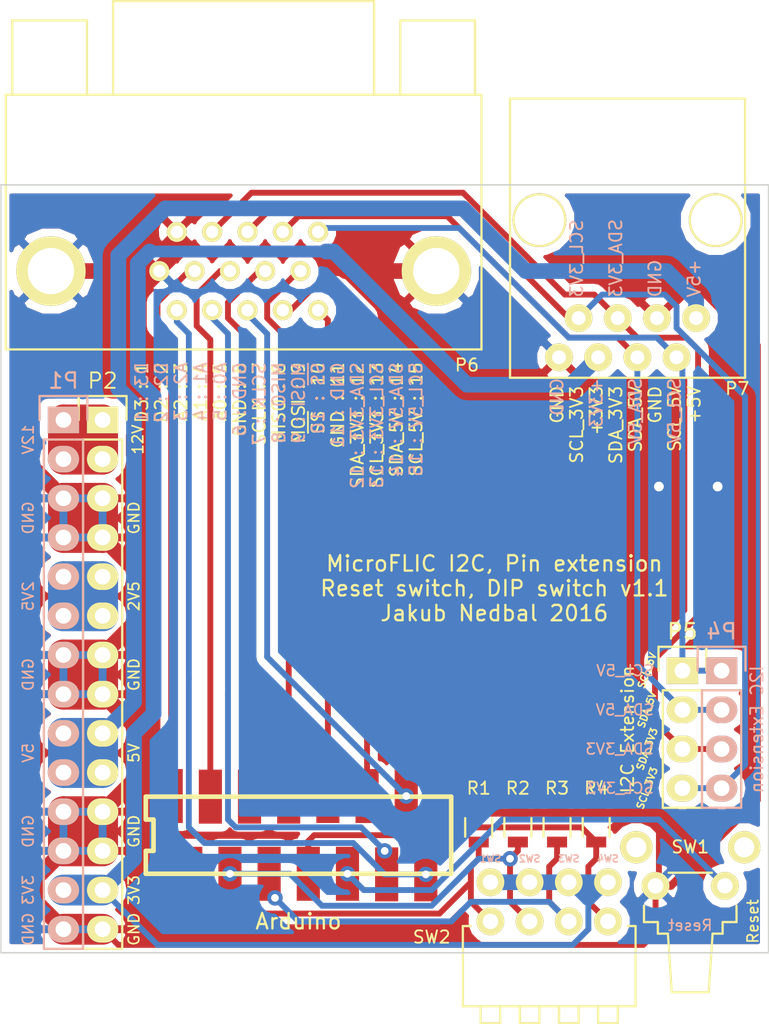
<source format=kicad_pcb>
(kicad_pcb (version 4) (host pcbnew "(2015-12-10 BZR 6367)-product")

  (general
    (links 70)
    (no_connects 0)
    (area 100.025999 100.025999 149.910001 149.910001)
    (thickness 1.6)
    (drawings 84)
    (tracks 253)
    (zones 0)
    (modules 13)
    (nets 24)
  )

  (page A4)
  (layers
    (0 F.Cu signal)
    (31 B.Cu signal)
    (32 B.Adhes user)
    (33 F.Adhes user)
    (34 B.Paste user)
    (35 F.Paste user)
    (36 B.SilkS user)
    (37 F.SilkS user)
    (38 B.Mask user)
    (39 F.Mask user)
    (40 Dwgs.User user)
    (41 Cmts.User user)
    (42 Eco1.User user)
    (43 Eco2.User user)
    (44 Edge.Cuts user)
    (45 Margin user)
    (46 B.CrtYd user)
    (47 F.CrtYd user)
    (48 B.Fab user)
    (49 F.Fab user)
  )

  (setup
    (last_trace_width 0.254)
    (user_trace_width 0.254)
    (user_trace_width 0.381)
    (user_trace_width 0.508)
    (user_trace_width 0.762)
    (user_trace_width 1.016)
    (user_trace_width 1.5)
    (user_trace_width 2)
    (trace_clearance 0.127)
    (zone_clearance 0.508)
    (zone_45_only no)
    (trace_min 0.254)
    (segment_width 0.2)
    (edge_width 0.1)
    (via_size 0.889)
    (via_drill 0.635)
    (via_min_size 0.889)
    (via_min_drill 0.508)
    (user_via 1 0.5)
    (user_via 1.5 0.8)
    (user_via 2 1)
    (uvia_size 0.508)
    (uvia_drill 0.127)
    (uvias_allowed no)
    (uvia_min_size 0.508)
    (uvia_min_drill 0.127)
    (pcb_text_width 0.3)
    (pcb_text_size 1.5 1.5)
    (mod_edge_width 0.15)
    (mod_text_size 1 1)
    (mod_text_width 0.15)
    (pad_size 1.4 0.3)
    (pad_drill 0)
    (pad_to_mask_clearance 0)
    (aux_axis_origin 100.076 149.86)
    (visible_elements FFFFFF7F)
    (pcbplotparams
      (layerselection 0x010f0_80000001)
      (usegerberextensions true)
      (excludeedgelayer true)
      (linewidth 0.100000)
      (plotframeref false)
      (viasonmask false)
      (mode 1)
      (useauxorigin false)
      (hpglpennumber 1)
      (hpglpenspeed 20)
      (hpglpendiameter 15)
      (hpglpenoverlay 2)
      (psnegative false)
      (psa4output false)
      (plotreference true)
      (plotvalue true)
      (plotinvisibletext false)
      (padsonsilk false)
      (subtractmaskfromsilk false)
      (outputformat 1)
      (mirror false)
      (drillshape 0)
      (scaleselection 1)
      (outputdirectory board/))
  )

  (net 0 "")
  (net 1 +5VP)
  (net 2 GND)
  (net 3 +12V)
  (net 4 +2V5)
  (net 5 +3V3)
  (net 6 /SCLK)
  (net 7 /SW1)
  (net 8 /MISO)
  (net 9 /SW2)
  (net 10 /MOSI)
  (net 11 /SW3)
  (net 12 /~SS)
  (net 13 /SW4)
  (net 14 /A0)
  (net 15 /RST)
  (net 16 /A1)
  (net 17 /D2)
  (net 18 /A2)
  (net 19 /D3)
  (net 20 /SCL_5V)
  (net 21 /SDA_5V)
  (net 22 /SDA_3V3)
  (net 23 /SCL_3V3)

  (net_class Default "This is the default net class."
    (clearance 0.127)
    (trace_width 0.254)
    (via_dia 0.889)
    (via_drill 0.635)
    (uvia_dia 0.508)
    (uvia_drill 0.127)
    (add_net +12V)
    (add_net +2V5)
    (add_net +3V3)
    (add_net +5VP)
    (add_net /A0)
    (add_net /A1)
    (add_net /A2)
    (add_net /D2)
    (add_net /D3)
    (add_net /MISO)
    (add_net /MOSI)
    (add_net /RST)
    (add_net /SCLK)
    (add_net /SCL_3V3)
    (add_net /SCL_5V)
    (add_net /SDA_3V3)
    (add_net /SDA_5V)
    (add_net /SW1)
    (add_net /SW2)
    (add_net /SW3)
    (add_net /SW4)
    (add_net /~SS)
    (add_net GND)
  )

  (net_class 0.381 ""
    (clearance 0.254)
    (trace_width 0.381)
    (via_dia 0.889)
    (via_drill 0.635)
    (uvia_dia 0.508)
    (uvia_drill 0.127)
  )

  (module jakub:RJ45 (layer F.Cu) (tedit 55C26503) (tstamp 55737901)
    (at 140.716 111.252 180)
    (path /556B8802)
    (fp_text reference P7 (at -7.112 -2.032 180) (layer F.SilkS)
      (effects (font (size 0.8 0.8) (thickness 0.12)))
    )
    (fp_text value RJ45 (at 0 16.002 180) (layer F.Fab)
      (effects (font (size 1 1) (thickness 0.15)))
    )
    (fp_line (start -7.62 -1.33) (end 7.62 -1.33) (layer F.SilkS) (width 0.15))
    (fp_line (start -7.62 -1.33) (end -7.62 16.77) (layer F.SilkS) (width 0.15))
    (fp_line (start 7.62 16.77) (end 7.62 -1.33) (layer F.SilkS) (width 0.15))
    (fp_line (start -7.62 16.77) (end 7.62 16.77) (layer F.SilkS) (width 0.15))
    (pad 3 thru_hole circle (at -1.905 2.54 180) (size 1.8 1.8) (drill 0.9) (layers *.Cu *.Mask F.SilkS)
      (net 2 GND))
    (pad 5 thru_hole circle (at 0.635 2.54 180) (size 1.8 1.8) (drill 0.9) (layers *.Cu *.Mask F.SilkS)
      (net 22 /SDA_3V3))
    (pad 1 thru_hole circle (at -4.445 2.54 180) (size 1.8 1.8) (drill 0.9) (layers *.Cu *.Mask F.SilkS)
      (net 1 +5VP))
    (pad 7 thru_hole circle (at 3.175 2.54 180) (size 1.8 1.8) (drill 0.9) (layers *.Cu *.Mask F.SilkS)
      (net 23 /SCL_3V3))
    (pad 6 thru_hole circle (at 1.905 0 180) (size 1.8 1.8) (drill 0.9) (layers *.Cu *.Mask F.SilkS)
      (net 5 +3V3))
    (pad 8 thru_hole circle (at 4.445 0 180) (size 1.8 1.8) (drill 0.9) (layers *.Cu *.Mask F.SilkS)
      (net 2 GND))
    (pad 4 thru_hole circle (at -0.635 0 180) (size 1.8 1.8) (drill 0.9) (layers *.Cu *.Mask F.SilkS)
      (net 21 /SDA_5V))
    (pad 2 thru_hole circle (at -3.175 0 180) (size 1.8 1.8) (drill 0.9) (layers *.Cu *.Mask F.SilkS)
      (net 20 /SCL_5V))
    (pad "" np_thru_hole circle (at 5.715 8.89 180) (size 3.5 3.5) (drill 3.2) (layers *.Cu *.Mask F.SilkS))
    (pad "" np_thru_hole circle (at -5.715 8.89 180) (size 3.5 3.5) (drill 3.2) (layers *.Cu *.Mask F.SilkS))
    (model jakub.3dshapes/connectors/RJ/RJ45.wrl
      (at (xyz -0.3 0.052362 -0.125))
      (scale (xyz 0.3937 0.3937 0.3937))
      (rotate (xyz 270 0 0))
    )
  )

  (module Resistors_SMD:R_0805 (layer F.Cu) (tedit 557627D4) (tstamp 55761D4A)
    (at 131.064 141.732 90)
    (descr "Resistor SMD 0805, reflow soldering, Vishay (see dcrcw.pdf)")
    (tags "resistor 0805")
    (path /556F868C)
    (attr smd)
    (fp_text reference R1 (at 2.54 0 180) (layer F.SilkS)
      (effects (font (size 0.8 0.8) (thickness 0.12)))
    )
    (fp_text value 10k (at 0 2.1 90) (layer F.Fab) hide
      (effects (font (size 1 1) (thickness 0.15)))
    )
    (fp_line (start -1.6 -1) (end 1.6 -1) (layer F.CrtYd) (width 0.05))
    (fp_line (start -1.6 1) (end 1.6 1) (layer F.CrtYd) (width 0.05))
    (fp_line (start -1.6 -1) (end -1.6 1) (layer F.CrtYd) (width 0.05))
    (fp_line (start 1.6 -1) (end 1.6 1) (layer F.CrtYd) (width 0.05))
    (fp_line (start 0.6 0.875) (end -0.6 0.875) (layer F.SilkS) (width 0.15))
    (fp_line (start -0.6 -0.875) (end 0.6 -0.875) (layer F.SilkS) (width 0.15))
    (pad 1 smd rect (at -0.95 0 90) (size 0.7 1.3) (layers F.Cu F.Paste F.Mask)
      (net 7 /SW1))
    (pad 2 smd rect (at 0.95 0 90) (size 0.7 1.3) (layers F.Cu F.Paste F.Mask)
      (net 2 GND))
    (model Resistors_SMD.3dshapes/R_0805.wrl
      (at (xyz 0 0 0))
      (scale (xyz 1 1 1))
      (rotate (xyz 0 0 0))
    )
  )

  (module Resistors_SMD:R_0805 (layer F.Cu) (tedit 557627CD) (tstamp 5573790D)
    (at 133.604 141.732 90)
    (descr "Resistor SMD 0805, reflow soldering, Vishay (see dcrcw.pdf)")
    (tags "resistor 0805")
    (path /556F873C)
    (attr smd)
    (fp_text reference R2 (at 2.54 0 180) (layer F.SilkS)
      (effects (font (size 0.8 0.8) (thickness 0.12)))
    )
    (fp_text value 10k (at 0 2.1 90) (layer F.Fab) hide
      (effects (font (size 1 1) (thickness 0.15)))
    )
    (fp_line (start -1.6 -1) (end 1.6 -1) (layer F.CrtYd) (width 0.05))
    (fp_line (start -1.6 1) (end 1.6 1) (layer F.CrtYd) (width 0.05))
    (fp_line (start -1.6 -1) (end -1.6 1) (layer F.CrtYd) (width 0.05))
    (fp_line (start 1.6 -1) (end 1.6 1) (layer F.CrtYd) (width 0.05))
    (fp_line (start 0.6 0.875) (end -0.6 0.875) (layer F.SilkS) (width 0.15))
    (fp_line (start -0.6 -0.875) (end 0.6 -0.875) (layer F.SilkS) (width 0.15))
    (pad 1 smd rect (at -0.95 0 90) (size 0.7 1.3) (layers F.Cu F.Paste F.Mask)
      (net 9 /SW2))
    (pad 2 smd rect (at 0.95 0 90) (size 0.7 1.3) (layers F.Cu F.Paste F.Mask)
      (net 2 GND))
    (model Resistors_SMD.3dshapes/R_0805.wrl
      (at (xyz 0 0 0))
      (scale (xyz 1 1 1))
      (rotate (xyz 0 0 0))
    )
  )

  (module Resistors_SMD:R_0805 (layer F.Cu) (tedit 5576287D) (tstamp 55737913)
    (at 136.144 141.732 90)
    (descr "Resistor SMD 0805, reflow soldering, Vishay (see dcrcw.pdf)")
    (tags "resistor 0805")
    (path /556F877B)
    (attr smd)
    (fp_text reference R3 (at 2.54 0 180) (layer F.SilkS)
      (effects (font (size 0.8 0.8) (thickness 0.12)))
    )
    (fp_text value 10k (at 0 2.1 90) (layer F.Fab) hide
      (effects (font (size 1 1) (thickness 0.15)))
    )
    (fp_line (start -1.6 -1) (end 1.6 -1) (layer F.CrtYd) (width 0.05))
    (fp_line (start -1.6 1) (end 1.6 1) (layer F.CrtYd) (width 0.05))
    (fp_line (start -1.6 -1) (end -1.6 1) (layer F.CrtYd) (width 0.05))
    (fp_line (start 1.6 -1) (end 1.6 1) (layer F.CrtYd) (width 0.05))
    (fp_line (start 0.6 0.875) (end -0.6 0.875) (layer F.SilkS) (width 0.15))
    (fp_line (start -0.6 -0.875) (end 0.6 -0.875) (layer F.SilkS) (width 0.15))
    (pad 1 smd rect (at -0.95 0 90) (size 0.7 1.3) (layers F.Cu F.Paste F.Mask)
      (net 11 /SW3))
    (pad 2 smd rect (at 0.95 0 90) (size 0.7 1.3) (layers F.Cu F.Paste F.Mask)
      (net 2 GND))
    (model Resistors_SMD.3dshapes/R_0805.wrl
      (at (xyz 0 0 0))
      (scale (xyz 1 1 1))
      (rotate (xyz 0 0 0))
    )
  )

  (module Resistors_SMD:R_0805 (layer F.Cu) (tedit 557627C1) (tstamp 55737919)
    (at 138.684 141.732 90)
    (descr "Resistor SMD 0805, reflow soldering, Vishay (see dcrcw.pdf)")
    (tags "resistor 0805")
    (path /556F87FD)
    (attr smd)
    (fp_text reference R4 (at 2.54 0 180) (layer F.SilkS)
      (effects (font (size 0.8 0.8) (thickness 0.12)))
    )
    (fp_text value 10k (at 0 2.1 90) (layer F.Fab) hide
      (effects (font (size 1 1) (thickness 0.15)))
    )
    (fp_line (start -1.6 -1) (end 1.6 -1) (layer F.CrtYd) (width 0.05))
    (fp_line (start -1.6 1) (end 1.6 1) (layer F.CrtYd) (width 0.05))
    (fp_line (start -1.6 -1) (end -1.6 1) (layer F.CrtYd) (width 0.05))
    (fp_line (start 1.6 -1) (end 1.6 1) (layer F.CrtYd) (width 0.05))
    (fp_line (start 0.6 0.875) (end -0.6 0.875) (layer F.SilkS) (width 0.15))
    (fp_line (start -0.6 -0.875) (end 0.6 -0.875) (layer F.SilkS) (width 0.15))
    (pad 1 smd rect (at -0.95 0 90) (size 0.7 1.3) (layers F.Cu F.Paste F.Mask)
      (net 13 /SW4))
    (pad 2 smd rect (at 0.95 0 90) (size 0.7 1.3) (layers F.Cu F.Paste F.Mask)
      (net 2 GND))
    (model Resistors_SMD.3dshapes/R_0805.wrl
      (at (xyz 0 0 0))
      (scale (xyz 1 1 1))
      (rotate (xyz 0 0 0))
    )
  )

  (module jakub:tactileSwitchRA (layer F.Cu) (tedit 55BBD780) (tstamp 55737921)
    (at 144.78 144.272 180)
    (path /55738611)
    (fp_text reference SW1 (at 0 1.27 180) (layer F.SilkS)
      (effects (font (size 0.8 0.8) (thickness 0.12)))
    )
    (fp_text value "Tactile switch R/A" (at 0 2.54 180) (layer F.SilkS) hide
      (effects (font (size 1 1) (thickness 0.15)))
    )
    (fp_line (start -1.2 -8.15) (end 1.2 -8.15) (layer F.SilkS) (width 0.15))
    (fp_line (start 1.2 -8.15) (end 1.45 -4.35) (layer F.SilkS) (width 0.15))
    (fp_line (start -1.45 -4.35) (end -1.2 -8.15) (layer F.SilkS) (width 0.15))
    (fp_line (start -2.1 -4.35) (end -1.45 -4.35) (layer F.SilkS) (width 0.15))
    (fp_line (start 2.1 -4.35) (end 1.45 -4.35) (layer F.SilkS) (width 0.15))
    (fp_line (start 2.1 -3.6) (end 2.1 -4.35) (layer F.SilkS) (width 0.15))
    (fp_line (start -2.1 -3.6) (end -2.1 -4.35) (layer F.SilkS) (width 0.15))
    (fp_line (start 3 -3.6) (end 2.1 -3.6) (layer F.SilkS) (width 0.15))
    (fp_line (start -3 -3.6) (end -2.1 -3.6) (layer F.SilkS) (width 0.15))
    (fp_line (start 3 -2.54) (end 3 -3.6) (layer F.SilkS) (width 0.15))
    (fp_line (start -3 -3.6) (end -3 -2.54) (layer F.SilkS) (width 0.15))
    (fp_line (start -1.4 -0.4) (end 1.4 -0.4) (layer F.SilkS) (width 0.15))
    (pad 2 thru_hole circle (at 2.25 -1.25 180) (size 1.8 1.8) (drill 1) (layers *.Cu *.Mask F.SilkS)
      (net 2 GND))
    (pad 1 thru_hole circle (at -2.25 -1.25 180) (size 1.8 1.8) (drill 1) (layers *.Cu *.Mask F.SilkS)
      (net 15 /RST))
    (pad 4 thru_hole circle (at 3.5 1.25 180) (size 2.1 2.1) (drill 1.3) (layers *.Cu *.Mask F.SilkS))
    (pad 3 thru_hole circle (at -3.5 1.25 180) (size 2.1 2.1) (drill 1.3) (layers *.Cu *.Mask F.SilkS))
    (model jakub.3dshapes/switches/tactileSwitches/tactileSwitchRA6-35mm.wrl
      (at (xyz 0.165 -0.1075 -0.16))
      (scale (xyz 0.3937 0.3937 0.3937))
      (rotate (xyz 90 180 0))
    )
  )

  (module jakub:DIP4RA (layer F.Cu) (tedit 557627DC) (tstamp 5573792D)
    (at 135.636 147.828)
    (path /556F84F5)
    (fp_text reference SW2 (at -7.62 1.016) (layer F.SilkS)
      (effects (font (size 0.8 0.8) (thickness 0.12)))
    )
    (fp_text value DIPS_04 (at 0 3.175) (layer F.Fab) hide
      (effects (font (size 1 1) (thickness 0.15)))
    )
    (fp_line (start -3.175 5.5) (end -3.175 6.6) (layer F.SilkS) (width 0.15))
    (fp_line (start -4.445 6.6) (end -3.175 6.6) (layer F.SilkS) (width 0.15))
    (fp_line (start -4.445 6.6) (end -4.445 5.5) (layer F.SilkS) (width 0.15))
    (fp_line (start 1.91 6.6) (end 1.905 5.5) (layer F.SilkS) (width 0.15))
    (fp_line (start 0.635 6.6) (end 1.905 6.6) (layer F.SilkS) (width 0.15))
    (fp_line (start 0.635 5.5) (end 0.635 6.6) (layer F.SilkS) (width 0.15))
    (fp_line (start 0.635 5.5) (end 0.635 6.6) (layer F.SilkS) (width 0.15))
    (fp_line (start 0.635 6.6) (end 1.905 6.6) (layer F.SilkS) (width 0.15))
    (fp_line (start 1.91 6.6) (end 1.905 5.5) (layer F.SilkS) (width 0.15))
    (fp_line (start -1.905 6.6) (end -1.905 5.5) (layer F.SilkS) (width 0.15))
    (fp_line (start -1.905 6.6) (end -0.635 6.6) (layer F.SilkS) (width 0.15))
    (fp_line (start 3.175 5.5) (end 3.175 6.6) (layer F.SilkS) (width 0.15))
    (fp_line (start -0.635 5.5) (end -0.635 6.6) (layer F.SilkS) (width 0.15))
    (fp_line (start 3.175 6.6) (end 4.445 6.6) (layer F.SilkS) (width 0.15))
    (fp_line (start 4.45 6.6) (end 4.445 5.5) (layer F.SilkS) (width 0.15))
    (fp_line (start -5.08 0.3) (end -5.6 0.3) (layer F.SilkS) (width 0.15))
    (fp_line (start -5.6 0.3) (end -5.6 5.5) (layer F.SilkS) (width 0.15))
    (fp_line (start -5.6 5.5) (end 5.6 5.5) (layer F.SilkS) (width 0.15))
    (fp_line (start 5.6 5.5) (end 5.6 0.3) (layer F.SilkS) (width 0.15))
    (fp_line (start 5.6 0.3) (end 5.08 0.3) (layer F.SilkS) (width 0.15))
    (pad 3 thru_hole circle (at 1.27 0) (size 1.8 1.8) (drill 1) (layers *.Cu *.Mask F.SilkS)
      (net 11 /SW3))
    (pad 4 thru_hole circle (at 3.81 0) (size 1.8 1.8) (drill 1) (layers *.Cu *.Mask F.SilkS)
      (net 13 /SW4))
    (pad 2 thru_hole circle (at -1.27 0) (size 1.8 1.8) (drill 1) (layers *.Cu *.Mask F.SilkS)
      (net 9 /SW2))
    (pad 1 thru_hole circle (at -3.81 0) (size 1.8 1.8) (drill 1) (layers *.Cu *.Mask F.SilkS)
      (net 7 /SW1))
    (pad 5 thru_hole circle (at 3.81 -2.54) (size 1.8 1.8) (drill 1) (layers *.Cu *.Mask F.SilkS)
      (net 5 +3V3))
    (pad 6 thru_hole circle (at 1.27 -2.54) (size 1.8 1.8) (drill 1) (layers *.Cu *.Mask F.SilkS)
      (net 5 +3V3))
    (pad 7 thru_hole circle (at -1.27 -2.54) (size 1.8 1.8) (drill 1) (layers *.Cu *.Mask F.SilkS)
      (net 5 +3V3))
    (pad 8 thru_hole circle (at -3.81 -2.54) (size 1.8 1.8) (drill 1) (layers *.Cu *.Mask F.SilkS)
      (net 5 +3V3))
    (model jakub.3dshapes/switches/DIP/DIP4RA.wrl
      (at (xyz 0 -0.013 0.19))
      (scale (xyz 0.3937 0.3937 0.3937))
      (rotate (xyz 270 0 0))
    )
  )

  (module jakub:dsub15 (layer F.Cu) (tedit 55C2650B) (tstamp 557378F3)
    (at 115.824 105.664 180)
    (path /556B82EF)
    (fp_text reference P6 (at -14.478 -6.096 180) (layer F.SilkS)
      (effects (font (size 0.8 0.8) (thickness 0.12)))
    )
    (fp_text value DB15-VGA (at 0 6.985 180) (layer F.Fab)
      (effects (font (size 1 1) (thickness 0.15)))
    )
    (fp_line (start 15 11.43) (end 15 16.25) (layer F.SilkS) (width 0.15))
    (fp_line (start 15 16.25) (end 10.16 16.25) (layer F.SilkS) (width 0.15))
    (fp_line (start 10.16 16.25) (end 10.16 11.43) (layer F.SilkS) (width 0.15))
    (fp_line (start -15 11.43) (end -15 16.25) (layer F.SilkS) (width 0.15))
    (fp_line (start -15 16.25) (end -10.16 16.25) (layer F.SilkS) (width 0.15))
    (fp_line (start -10.16 16.25) (end -10.16 11.43) (layer F.SilkS) (width 0.15))
    (fp_line (start -8.46 17.5) (end 8.46 17.5) (layer F.SilkS) (width 0.15))
    (fp_line (start -8.46 11.43) (end -8.46 17.5) (layer F.SilkS) (width 0.15))
    (fp_line (start 8.46 17.5) (end 8.46 11.43) (layer F.SilkS) (width 0.15))
    (fp_line (start -15.42 -5.08) (end -15.42 11.43) (layer F.SilkS) (width 0.15))
    (fp_line (start 15.42 -5.08) (end 15.42 11.43) (layer F.SilkS) (width 0.15))
    (fp_line (start -15.42 -5.08) (end 15.42 -5.08) (layer F.SilkS) (width 0.15))
    (fp_line (start -15.42 11.43) (end 15.42 11.43) (layer F.SilkS) (width 0.15))
    (pad 15 thru_hole circle (at -4.83 2.54 180) (size 1.3 1.3) (drill 0.8) (layers *.Cu *.Mask F.SilkS)
      (net 20 /SCL_5V))
    (pad 14 thru_hole circle (at -2.54 2.54 180) (size 1.3 1.3) (drill 0.8) (layers *.Cu *.Mask F.SilkS)
      (net 21 /SDA_5V))
    (pad 13 thru_hole circle (at -0.25 2.54 180) (size 1.3 1.3) (drill 0.8) (layers *.Cu *.Mask F.SilkS)
      (net 23 /SCL_3V3))
    (pad 12 thru_hole circle (at 2.04 2.54 180) (size 1.3 1.3) (drill 0.8) (layers *.Cu *.Mask F.SilkS)
      (net 22 /SDA_3V3))
    (pad 11 thru_hole circle (at 4.33 2.54 180) (size 1.3 1.3) (drill 0.8) (layers *.Cu *.Mask F.SilkS)
      (net 2 GND))
    (pad 10 thru_hole circle (at -3.69 0 180) (size 1.3 1.3) (drill 0.8) (layers *.Cu *.Mask F.SilkS)
      (net 12 /~SS))
    (pad 9 thru_hole circle (at -1.4 0 180) (size 1.3 1.3) (drill 0.8) (layers *.Cu *.Mask F.SilkS)
      (net 10 /MOSI))
    (pad 8 thru_hole circle (at 0.89 0 180) (size 1.3 1.3) (drill 0.8) (layers *.Cu *.Mask F.SilkS)
      (net 8 /MISO))
    (pad 7 thru_hole circle (at 3.18 0 180) (size 1.3 1.3) (drill 0.8) (layers *.Cu *.Mask F.SilkS)
      (net 6 /SCLK))
    (pad 6 thru_hole circle (at 5.47 0 180) (size 1.3 1.3) (drill 0.8) (layers *.Cu *.Mask F.SilkS)
      (net 2 GND))
    (pad 5 thru_hole circle (at -4.83 -2.54 180) (size 1.3 1.3) (drill 0.8) (layers *.Cu *.Mask F.SilkS)
      (net 14 /A0))
    (pad 4 thru_hole circle (at -2.54 -2.54 180) (size 1.3 1.3) (drill 0.8) (layers *.Cu *.Mask F.SilkS)
      (net 16 /A1))
    (pad 3 thru_hole circle (at -0.25 -2.54 180) (size 1.3 1.3) (drill 0.8) (layers *.Cu *.Mask F.SilkS)
      (net 18 /A2))
    (pad 2 thru_hole circle (at 2.04 -2.54 180) (size 1.3 1.3) (drill 0.8) (layers *.Cu *.Mask F.SilkS)
      (net 17 /D2))
    (pad 1 thru_hole circle (at 4.33 -2.54 180) (size 1.3 1.3) (drill 0.8) (layers *.Cu *.Mask F.SilkS)
      (net 19 /D3))
    (pad 16 thru_hole circle (at 12.495 0 180) (size 4.5 4.5) (drill 3) (layers *.Cu *.Mask F.SilkS)
      (net 2 GND))
    (pad 17 thru_hole circle (at -12.495 0 180) (size 4.5 4.5) (drill 3) (layers *.Cu *.Mask F.SilkS)
      (net 2 GND))
    (model jakub.3dshapes/connectors/dsub/dsub15.wrl
      (at (xyz 0 -0.12 0.25))
      (scale (xyz 0.3937 0.3937 0.3937))
      (rotate (xyz 0 0 0))
    )
  )

  (module Pin_Headers:Pin_Header_Straight_1x14 (layer B.Cu) (tedit 55BBD7C4) (tstamp 55BBC718)
    (at 104.14 115.316 180)
    (descr "Through hole pin header")
    (tags "pin header")
    (path /5569748E)
    (fp_text reference P1 (at 0 2.54 180) (layer B.SilkS)
      (effects (font (size 1 1) (thickness 0.15)) (justify mirror))
    )
    (fp_text value "1x14 header strip" (at 0 3.1 180) (layer B.Fab) hide
      (effects (font (size 1 1) (thickness 0.15)) (justify mirror))
    )
    (fp_line (start -1.75 1.75) (end -1.75 -34.8) (layer B.CrtYd) (width 0.05))
    (fp_line (start 1.75 1.75) (end 1.75 -34.8) (layer B.CrtYd) (width 0.05))
    (fp_line (start -1.75 1.75) (end 1.75 1.75) (layer B.CrtYd) (width 0.05))
    (fp_line (start -1.75 -34.8) (end 1.75 -34.8) (layer B.CrtYd) (width 0.05))
    (fp_line (start -1.27 -1.27) (end -1.27 -34.29) (layer B.SilkS) (width 0.15))
    (fp_line (start -1.27 -34.29) (end 1.27 -34.29) (layer B.SilkS) (width 0.15))
    (fp_line (start 1.27 -34.29) (end 1.27 -1.27) (layer B.SilkS) (width 0.15))
    (fp_line (start 1.55 1.55) (end 1.55 0) (layer B.SilkS) (width 0.15))
    (fp_line (start 1.27 -1.27) (end -1.27 -1.27) (layer B.SilkS) (width 0.15))
    (fp_line (start -1.55 0) (end -1.55 1.55) (layer B.SilkS) (width 0.15))
    (fp_line (start -1.55 1.55) (end 1.55 1.55) (layer B.SilkS) (width 0.15))
    (pad 1 thru_hole rect (at 0 0 180) (size 2.032 1.7272) (drill 1.016) (layers *.Cu *.Mask B.SilkS)
      (net 3 +12V))
    (pad 2 thru_hole oval (at 0 -2.54 180) (size 2.032 1.7272) (drill 1.016) (layers *.Cu *.Mask B.SilkS)
      (net 3 +12V))
    (pad 3 thru_hole oval (at 0 -5.08 180) (size 2.032 1.7272) (drill 1.016) (layers *.Cu *.Mask B.SilkS)
      (net 2 GND))
    (pad 4 thru_hole oval (at 0 -7.62 180) (size 2.032 1.7272) (drill 1.016) (layers *.Cu *.Mask B.SilkS)
      (net 2 GND))
    (pad 5 thru_hole oval (at 0 -10.16 180) (size 2.032 1.7272) (drill 1.016) (layers *.Cu *.Mask B.SilkS)
      (net 4 +2V5))
    (pad 6 thru_hole oval (at 0 -12.7 180) (size 2.032 1.7272) (drill 1.016) (layers *.Cu *.Mask B.SilkS)
      (net 4 +2V5))
    (pad 7 thru_hole oval (at 0 -15.24 180) (size 2.032 1.7272) (drill 1.016) (layers *.Cu *.Mask B.SilkS)
      (net 2 GND))
    (pad 8 thru_hole oval (at 0 -17.78 180) (size 2.032 1.7272) (drill 1.016) (layers *.Cu *.Mask B.SilkS)
      (net 2 GND))
    (pad 9 thru_hole oval (at 0 -20.32 180) (size 2.032 1.7272) (drill 1.016) (layers *.Cu *.Mask B.SilkS)
      (net 1 +5VP))
    (pad 10 thru_hole oval (at 0 -22.86 180) (size 2.032 1.7272) (drill 1.016) (layers *.Cu *.Mask B.SilkS)
      (net 1 +5VP))
    (pad 11 thru_hole oval (at 0 -25.4 180) (size 2.032 1.7272) (drill 1.016) (layers *.Cu *.Mask B.SilkS)
      (net 2 GND))
    (pad 12 thru_hole oval (at 0 -27.94 180) (size 2.032 1.7272) (drill 1.016) (layers *.Cu *.Mask B.SilkS)
      (net 2 GND))
    (pad 13 thru_hole oval (at 0 -30.48 180) (size 2.032 1.7272) (drill 1.016) (layers *.Cu *.Mask B.SilkS)
      (net 5 +3V3))
    (pad 14 thru_hole oval (at 0 -33.02 180) (size 2.032 1.7272) (drill 1.016) (layers *.Cu *.Mask B.SilkS)
      (net 2 GND))
    (model Pin_Headers.3dshapes/Pin_Header_Straight_1x14.wrl
      (at (xyz 0 -0.65 0))
      (scale (xyz 1 1 1))
      (rotate (xyz 0 0 90))
    )
  )

  (module jakub:ESQ-114-33-G-S (layer F.Cu) (tedit 55BBD5CB) (tstamp 55BBCAAD)
    (at 106.68 115.316)
    (descr "Through hole pin header")
    (tags "pin header")
    (path /556973F8)
    (fp_text reference P2 (at 0 -2.54 180) (layer F.SilkS)
      (effects (font (size 1 1) (thickness 0.12)))
    )
    (fp_text value "1x14 socket strip" (at 0 -3.1) (layer F.Fab) hide
      (effects (font (size 1 1) (thickness 0.15)))
    )
    (fp_line (start -1.75 -1.75) (end -1.75 34.8) (layer F.CrtYd) (width 0.05))
    (fp_line (start 1.75 -1.75) (end 1.75 34.8) (layer F.CrtYd) (width 0.05))
    (fp_line (start -1.75 -1.75) (end 1.75 -1.75) (layer F.CrtYd) (width 0.05))
    (fp_line (start -1.75 34.8) (end 1.75 34.8) (layer F.CrtYd) (width 0.05))
    (fp_line (start -1.27 1.27) (end -1.27 34.29) (layer F.SilkS) (width 0.15))
    (fp_line (start -1.27 34.29) (end 1.27 34.29) (layer F.SilkS) (width 0.15))
    (fp_line (start 1.27 34.29) (end 1.27 1.27) (layer F.SilkS) (width 0.15))
    (fp_line (start 1.55 -1.55) (end 1.55 0) (layer F.SilkS) (width 0.15))
    (fp_line (start 1.27 1.27) (end -1.27 1.27) (layer F.SilkS) (width 0.15))
    (fp_line (start -1.55 0) (end -1.55 -1.55) (layer F.SilkS) (width 0.15))
    (fp_line (start -1.55 -1.55) (end 1.55 -1.55) (layer F.SilkS) (width 0.15))
    (pad 1 thru_hole rect (at 0 0) (size 2.032 1.7272) (drill 1.016) (layers *.Cu *.Mask F.SilkS)
      (net 3 +12V))
    (pad 2 thru_hole oval (at 0 2.54) (size 2.032 1.7272) (drill 1.016) (layers *.Cu *.Mask F.SilkS)
      (net 3 +12V))
    (pad 3 thru_hole oval (at 0 5.08) (size 2.032 1.7272) (drill 1.016) (layers *.Cu *.Mask F.SilkS)
      (net 2 GND))
    (pad 4 thru_hole oval (at 0 7.62) (size 2.032 1.7272) (drill 1.016) (layers *.Cu *.Mask F.SilkS)
      (net 2 GND))
    (pad 5 thru_hole oval (at 0 10.16) (size 2.032 1.7272) (drill 1.016) (layers *.Cu *.Mask F.SilkS)
      (net 4 +2V5))
    (pad 6 thru_hole oval (at 0 12.7) (size 2.032 1.7272) (drill 1.016) (layers *.Cu *.Mask F.SilkS)
      (net 4 +2V5))
    (pad 7 thru_hole oval (at 0 15.24) (size 2.032 1.7272) (drill 1.016) (layers *.Cu *.Mask F.SilkS)
      (net 2 GND))
    (pad 8 thru_hole oval (at 0 17.78) (size 2.032 1.7272) (drill 1.016) (layers *.Cu *.Mask F.SilkS)
      (net 2 GND))
    (pad 9 thru_hole oval (at 0 20.32) (size 2.032 1.7272) (drill 1.016) (layers *.Cu *.Mask F.SilkS)
      (net 1 +5VP))
    (pad 10 thru_hole oval (at 0 22.86) (size 2.032 1.7272) (drill 1.016) (layers *.Cu *.Mask F.SilkS)
      (net 1 +5VP))
    (pad 11 thru_hole oval (at 0 25.4) (size 2.032 1.7272) (drill 1.016) (layers *.Cu *.Mask F.SilkS)
      (net 2 GND))
    (pad 12 thru_hole oval (at 0 27.94) (size 2.032 1.7272) (drill 1.016) (layers *.Cu *.Mask F.SilkS)
      (net 2 GND))
    (pad 13 thru_hole oval (at 0 30.48) (size 2.032 1.7272) (drill 1.016) (layers *.Cu *.Mask F.SilkS)
      (net 5 +3V3))
    (pad 14 thru_hole oval (at 0 33.02) (size 2.032 1.7272) (drill 1.016) (layers *.Cu *.Mask F.SilkS)
      (net 2 GND))
  )

  (module jakub:1-188275-4 (layer F.Cu) (tedit 55BBD7B8) (tstamp 557378D6)
    (at 119.38 142.24)
    (tags "micromatch connector")
    (path /5573894C)
    (fp_text reference P3 (at 10.795 0 90) (layer F.Fab) hide
      (effects (font (size 1 1) (thickness 0.15)))
    )
    (fp_text value "14-way Micro-MaTch" (at -10.795 0 90) (layer F.SilkS) hide
      (effects (font (size 1 1) (thickness 0.15)))
    )
    (fp_line (start -9.9 1.016) (end -9.9 2.5) (layer F.SilkS) (width 0.3))
    (fp_line (start -9.9 -1.016) (end -9.4 -1.016) (layer F.SilkS) (width 0.3))
    (fp_line (start -9.4 -1.016) (end -9.4 1.016) (layer F.SilkS) (width 0.3))
    (fp_line (start -9.4 1.016) (end -9.9 1.016) (layer F.SilkS) (width 0.3))
    (fp_line (start 9.9 -2.5) (end 9.9 2.5) (layer F.SilkS) (width 0.3))
    (fp_line (start 9.9 2.5) (end -9.9 2.5) (layer F.SilkS) (width 0.3))
    (fp_line (start -9.9 -1.016) (end -9.9 -2.5) (layer F.SilkS) (width 0.3))
    (fp_line (start -9.9 -2.5) (end 9.9 -2.5) (layer F.SilkS) (width 0.3))
    (pad 1 smd rect (at -8.255 -2.54) (size 1.5 3.5) (layers F.Cu F.Paste F.Mask)
      (net 6 /SCLK))
    (pad 2 smd rect (at -6.985 2.5) (size 1.5 3.5) (layers F.Cu F.Paste F.Mask)
      (net 7 /SW1))
    (pad 3 smd rect (at -5.715 -2.5) (size 1.5 3.5) (layers F.Cu F.Paste F.Mask)
      (net 8 /MISO))
    (pad 4 smd rect (at -4.445 2.5) (size 1.5 3.5) (layers F.Cu F.Paste F.Mask)
      (net 9 /SW2))
    (pad 5 smd rect (at -3.175 -2.5) (size 1.5 3.5) (layers F.Cu F.Paste F.Mask)
      (net 10 /MOSI))
    (pad 6 smd rect (at -1.905 2.5) (size 1.5 3.5) (layers F.Cu F.Paste F.Mask)
      (net 11 /SW3))
    (pad 7 smd rect (at -0.635 -2.5) (size 1.5 3.5) (layers F.Cu F.Paste F.Mask)
      (net 12 /~SS))
    (pad 8 smd rect (at 0.635 2.5) (size 1.5 3.5) (layers F.Cu F.Paste F.Mask)
      (net 13 /SW4))
    (pad 9 smd rect (at 1.905 -2.54) (size 1.5 3.5) (layers F.Cu F.Paste F.Mask)
      (net 14 /A0))
    (pad 10 smd rect (at 3.175 2.5) (size 1.5 3.5) (layers F.Cu F.Paste F.Mask)
      (net 15 /RST))
    (pad 11 smd rect (at 4.445 -2.54) (size 1.5 3.5) (layers F.Cu F.Paste F.Mask)
      (net 16 /A1))
    (pad 12 smd rect (at 5.715 2.54) (size 1.5 3.5) (layers F.Cu F.Paste F.Mask)
      (net 17 /D2))
    (pad 13 smd rect (at 6.985 -2.54) (size 1.5 3.5) (layers F.Cu F.Paste F.Mask)
      (net 18 /A2))
    (pad 14 smd rect (at 8.255 2.54) (size 1.5 3.5) (layers F.Cu F.Paste F.Mask)
      (net 19 /D3))
    (model jakub.3dshapes/connectors/micromatch/micromatch14te.wrl
      (at (xyz -0.3875 -0.135 0))
      (scale (xyz 0.3937 0.3937 0.3937))
      (rotate (xyz 0 0 0))
    )
  )

  (module Pin_Headers:Pin_Header_Straight_1x04 (layer B.Cu) (tedit 55C263CB) (tstamp 55C263C4)
    (at 146.812 131.572 180)
    (descr "Through hole pin header")
    (tags "pin header")
    (path /54DF35DA)
    (fp_text reference P4 (at 0 2.54 180) (layer B.SilkS)
      (effects (font (size 1 1) (thickness 0.15)) (justify mirror))
    )
    (fp_text value "1x4 header strip" (at 0 3.1 180) (layer B.Fab) hide
      (effects (font (size 1 1) (thickness 0.15)) (justify mirror))
    )
    (fp_line (start -1.75 1.75) (end -1.75 -9.4) (layer B.CrtYd) (width 0.05))
    (fp_line (start 1.75 1.75) (end 1.75 -9.4) (layer B.CrtYd) (width 0.05))
    (fp_line (start -1.75 1.75) (end 1.75 1.75) (layer B.CrtYd) (width 0.05))
    (fp_line (start -1.75 -9.4) (end 1.75 -9.4) (layer B.CrtYd) (width 0.05))
    (fp_line (start -1.27 -1.27) (end -1.27 -8.89) (layer B.SilkS) (width 0.15))
    (fp_line (start 1.27 -1.27) (end 1.27 -8.89) (layer B.SilkS) (width 0.15))
    (fp_line (start 1.55 1.55) (end 1.55 0) (layer B.SilkS) (width 0.15))
    (fp_line (start -1.27 -8.89) (end 1.27 -8.89) (layer B.SilkS) (width 0.15))
    (fp_line (start 1.27 -1.27) (end -1.27 -1.27) (layer B.SilkS) (width 0.15))
    (fp_line (start -1.55 0) (end -1.55 1.55) (layer B.SilkS) (width 0.15))
    (fp_line (start -1.55 1.55) (end 1.55 1.55) (layer B.SilkS) (width 0.15))
    (pad 1 thru_hole rect (at 0 0 180) (size 2.032 1.7272) (drill 1.016) (layers *.Cu *.Mask B.SilkS)
      (net 20 /SCL_5V))
    (pad 2 thru_hole oval (at 0 -2.54 180) (size 2.032 1.7272) (drill 1.016) (layers *.Cu *.Mask B.SilkS)
      (net 21 /SDA_5V))
    (pad 3 thru_hole oval (at 0 -5.08 180) (size 2.032 1.7272) (drill 1.016) (layers *.Cu *.Mask B.SilkS)
      (net 22 /SDA_3V3))
    (pad 4 thru_hole oval (at 0 -7.62 180) (size 2.032 1.7272) (drill 1.016) (layers *.Cu *.Mask B.SilkS)
      (net 23 /SCL_3V3))
    (model Pin_Headers.3dshapes/Pin_Header_Straight_1x04.wrl
      (at (xyz 0 -0.15 0))
      (scale (xyz 1 1 1))
      (rotate (xyz 0 0 90))
    )
  )

  (module jakub:ESQ-104-33-G-S (layer F.Cu) (tedit 55C26559) (tstamp 55C265A7)
    (at 144.272 131.572 270)
    (descr "Through hole socket strip")
    (tags "socket strip")
    (path /55C2BA8F)
    (fp_text reference P5 (at -2.54 0 360) (layer F.SilkS)
      (effects (font (size 1 1) (thickness 0.15)))
    )
    (fp_text value "1x4 socket strip" (at 0 -3.1 270) (layer F.Fab) hide
      (effects (font (size 1 1) (thickness 0.15)))
    )
    (fp_line (start -1.75 -1.75) (end -1.75 1.75) (layer F.CrtYd) (width 0.05))
    (fp_line (start 9.4 -1.75) (end 9.4 1.75) (layer F.CrtYd) (width 0.05))
    (fp_line (start -1.75 -1.75) (end 9.4 -1.75) (layer F.CrtYd) (width 0.05))
    (fp_line (start -1.75 1.75) (end 9.4 1.75) (layer F.CrtYd) (width 0.05))
    (fp_line (start 1.27 -1.27) (end 8.89 -1.27) (layer F.SilkS) (width 0.15))
    (fp_line (start 1.27 1.27) (end 8.89 1.27) (layer F.SilkS) (width 0.15))
    (fp_line (start -1.55 1.55) (end 0 1.55) (layer F.SilkS) (width 0.15))
    (fp_line (start 8.89 -1.27) (end 8.89 1.27) (layer F.SilkS) (width 0.15))
    (fp_line (start 1.27 1.27) (end 1.27 -1.27) (layer F.SilkS) (width 0.15))
    (fp_line (start 0 -1.55) (end -1.55 -1.55) (layer F.SilkS) (width 0.15))
    (fp_line (start -1.55 -1.55) (end -1.55 1.55) (layer F.SilkS) (width 0.15))
    (pad 1 thru_hole rect (at 0 0 270) (size 1.7272 2.032) (drill 1.016) (layers *.Cu *.Mask F.SilkS)
      (net 20 /SCL_5V))
    (pad 2 thru_hole oval (at 2.54 0 270) (size 1.7272 2.032) (drill 1.016) (layers *.Cu *.Mask F.SilkS)
      (net 21 /SDA_5V))
    (pad 3 thru_hole oval (at 5.08 0 270) (size 1.7272 2.032) (drill 1.016) (layers *.Cu *.Mask F.SilkS)
      (net 22 /SDA_3V3))
    (pad 4 thru_hole oval (at 7.62 0 270) (size 1.7272 2.032) (drill 1.016) (layers *.Cu *.Mask F.SilkS)
      (net 23 /SCL_3V3))
  )

  (gr_text SDA_3V3 (at 139.954 107.442 90) (layer B.SilkS) (tstamp 56717D53)
    (effects (font (size 0.8 0.8) (thickness 0.12)) (justify right mirror))
  )
  (gr_text +5V (at 145.034 107.442 90) (layer B.SilkS) (tstamp 56717D52)
    (effects (font (size 0.8 0.8) (thickness 0.12)) (justify right mirror))
  )
  (gr_text SCL_5V (at 143.764 112.522 90) (layer B.SilkS) (tstamp 56717D51)
    (effects (font (size 0.8 0.8) (thickness 0.12)) (justify left mirror))
  )
  (gr_text SDA_5V (at 141.224 112.522 90) (layer B.SilkS) (tstamp 56717D50)
    (effects (font (size 0.8 0.8) (thickness 0.12)) (justify left mirror))
  )
  (gr_text GND (at 142.494 107.442 90) (layer B.SilkS) (tstamp 56717D4F)
    (effects (font (size 0.8 0.8) (thickness 0.12)) (justify right mirror))
  )
  (gr_text GND (at 136.144 112.522 90) (layer B.SilkS) (tstamp 56717D4E)
    (effects (font (size 0.8 0.8) (thickness 0.12)) (justify left mirror))
  )
  (gr_text SCL_3V3 (at 137.414 107.442 90) (layer B.SilkS) (tstamp 56717D4D)
    (effects (font (size 0.8 0.8) (thickness 0.12)) (justify right mirror))
  )
  (gr_text +3V3 (at 138.684 112.522 90) (layer B.SilkS) (tstamp 56717D4C)
    (effects (font (size 0.8 0.8) (thickness 0.12)) (justify left mirror))
  )
  (gr_text "D3 : 1" (at 109.22 111.506 90) (layer B.SilkS) (tstamp 56717CD4)
    (effects (font (size 0.8 0.8) (thickness 0.12)) (justify left mirror))
  )
  (gr_text "D2 : 2" (at 110.49 111.506 90) (layer B.SilkS) (tstamp 56717CD2)
    (effects (font (size 0.8 0.8) (thickness 0.12)) (justify left mirror))
  )
  (gr_text "MISO : 8" (at 118.11 111.506 90) (layer B.SilkS) (tstamp 56717CD1)
    (effects (font (size 0.8 0.8) (thickness 0.12)) (justify left mirror))
  )
  (gr_text "A2 : 3" (at 111.76 111.506 90) (layer B.SilkS) (tstamp 56717CD0)
    (effects (font (size 0.8 0.8) (thickness 0.12)) (justify left mirror))
  )
  (gr_text "A1 : 4" (at 113.03 111.506 90) (layer B.SilkS) (tstamp 56717CCF)
    (effects (font (size 0.8 0.8) (thickness 0.12)) (justify left mirror))
  )
  (gr_text "A0 : 5" (at 114.3 111.506 90) (layer B.SilkS) (tstamp 56717CCE)
    (effects (font (size 0.8 0.8) (thickness 0.12)) (justify left mirror))
  )
  (gr_text "GND : 6" (at 115.57 111.506 90) (layer B.SilkS) (tstamp 56717CCD)
    (effects (font (size 0.8 0.8) (thickness 0.12)) (justify left mirror))
  )
  (gr_text "SCLK : 7" (at 116.84 111.506 90) (layer B.SilkS) (tstamp 56717CCC)
    (effects (font (size 0.8 0.8) (thickness 0.12)) (justify left mirror))
  )
  (gr_text "GND : 11" (at 121.92 111.506 90) (layer B.SilkS) (tstamp 56717CCB)
    (effects (font (size 0.8 0.8) (thickness 0.12)) (justify left mirror))
  )
  (gr_text "SDA_5V : 14" (at 125.73 111.506 90) (layer B.SilkS) (tstamp 56717CCA)
    (effects (font (size 0.8 0.8) (thickness 0.12)) (justify left mirror))
  )
  (gr_text "SCL_3V3 : 13" (at 124.46 111.506 90) (layer B.SilkS) (tstamp 56717CC9)
    (effects (font (size 0.8 0.8) (thickness 0.12)) (justify left mirror))
  )
  (gr_text "SDA_3V3 : 12" (at 123.19 111.506 90) (layer B.SilkS) (tstamp 56717CC8)
    (effects (font (size 0.8 0.8) (thickness 0.12)) (justify left mirror))
  )
  (gr_text "MOSI : 9" (at 119.38 111.506 90) (layer B.SilkS) (tstamp 56717CC7)
    (effects (font (size 0.8 0.8) (thickness 0.12)) (justify left mirror))
  )
  (gr_text "~SS~ : 10" (at 120.65 111.506 90) (layer B.SilkS) (tstamp 56717CC6)
    (effects (font (size 0.8 0.8) (thickness 0.12)) (justify left mirror))
  )
  (gr_text "SCL_5V : 15" (at 127 111.506 90) (layer B.SilkS) (tstamp 56717CC5)
    (effects (font (size 0.8 0.8) (thickness 0.12)) (justify left mirror))
  )
  (gr_text SCL_3V3 (at 142.494 139.192) (layer B.SilkS) (tstamp 56717C88)
    (effects (font (size 0.7 0.7) (thickness 0.11)) (justify left mirror))
  )
  (gr_text SDA_3V3 (at 142.494 136.652) (layer B.SilkS) (tstamp 56717C7D)
    (effects (font (size 0.7 0.7) (thickness 0.11)) (justify left mirror))
  )
  (gr_text SDA_5V (at 142.494 134.112) (layer B.SilkS) (tstamp 56717C38)
    (effects (font (size 0.7 0.7) (thickness 0.11)) (justify left mirror))
  )
  (gr_text SCL_5V (at 142.494 131.572) (layer B.SilkS)
    (effects (font (size 0.7 0.7) (thickness 0.11)) (justify left mirror))
  )
  (gr_text SW4 (at 139.446 143.764) (layer B.SilkS) (tstamp 56717BF4)
    (effects (font (size 0.45 0.45) (thickness 0.1)) (justify mirror))
  )
  (gr_text SW3 (at 136.906 143.764) (layer B.SilkS) (tstamp 56717BED)
    (effects (font (size 0.45 0.45) (thickness 0.1)) (justify mirror))
  )
  (gr_text SW2 (at 134.366 143.764) (layer B.SilkS) (tstamp 56717BE5)
    (effects (font (size 0.45 0.45) (thickness 0.1)) (justify mirror))
  )
  (gr_text SW1 (at 131.826 143.764) (layer B.SilkS) (tstamp 56717BCD)
    (effects (font (size 0.45 0.45) (thickness 0.1)) (justify mirror))
  )
  (gr_text Reset (at 144.78 148.082) (layer B.SilkS)
    (effects (font (size 0.7 0.7) (thickness 0.11)) (justify mirror))
  )
  (gr_text Reset (at 148.844 147.828 90) (layer F.SilkS)
    (effects (font (size 0.7 0.7) (thickness 0.11)))
  )
  (gr_text SCL_5V (at 141.986 131.572 70) (layer F.SilkS) (tstamp 56717B47)
    (effects (font (size 0.45 0.45) (thickness 0.1)))
  )
  (gr_text SDA_5V (at 141.986 134.112 70) (layer F.SilkS) (tstamp 56717B3D)
    (effects (font (size 0.45 0.45) (thickness 0.1)))
  )
  (gr_text SDA_3V3 (at 141.986 136.652 70) (layer F.SilkS) (tstamp 56717B33)
    (effects (font (size 0.45 0.45) (thickness 0.1)))
  )
  (gr_text SCL_3V3 (at 141.986 139.192 70) (layer F.SilkS)
    (effects (font (size 0.45 0.45) (thickness 0.1)))
  )
  (gr_text 2V5 (at 101.854 126.746 90) (layer B.SilkS) (tstamp 56717AE2)
    (effects (font (size 0.7 0.7) (thickness 0.11)) (justify mirror))
  )
  (gr_text 5V (at 101.854 136.906 90) (layer B.SilkS) (tstamp 56717AD8)
    (effects (font (size 0.7 0.7) (thickness 0.11)) (justify mirror))
  )
  (gr_text 3V3 (at 101.854 145.796 90) (layer B.SilkS) (tstamp 56717AD1)
    (effects (font (size 0.7 0.7) (thickness 0.11)) (justify mirror))
  )
  (gr_text GND (at 101.854 148.336 90) (layer B.SilkS) (tstamp 56717ACD)
    (effects (font (size 0.7 0.7) (thickness 0.11)) (justify mirror))
  )
  (gr_text GND (at 101.854 141.986 90) (layer B.SilkS) (tstamp 56717AC9)
    (effects (font (size 0.7 0.7) (thickness 0.11)) (justify mirror))
  )
  (gr_text GND (at 101.854 131.826 90) (layer B.SilkS) (tstamp 56717AC4)
    (effects (font (size 0.7 0.7) (thickness 0.11)) (justify mirror))
  )
  (gr_text GND (at 101.854 121.666 90) (layer B.SilkS) (tstamp 56717ABC)
    (effects (font (size 0.7 0.7) (thickness 0.11)) (justify mirror))
  )
  (gr_text 12V (at 101.854 116.586 90) (layer B.SilkS)
    (effects (font (size 0.7 0.7) (thickness 0.11)) (justify mirror))
  )
  (gr_text 12V (at 108.966 116.586 90) (layer F.SilkS) (tstamp 56717A89)
    (effects (font (size 0.7 0.7) (thickness 0.11)))
  )
  (gr_text GND (at 108.712 121.666 90) (layer F.SilkS) (tstamp 56717A83)
    (effects (font (size 0.7 0.7) (thickness 0.11)))
  )
  (gr_text 2V5 (at 108.712 126.746 90) (layer F.SilkS) (tstamp 56717A79)
    (effects (font (size 0.7 0.7) (thickness 0.11)))
  )
  (gr_text GND (at 108.712 131.826 90) (layer F.SilkS) (tstamp 56717A73)
    (effects (font (size 0.7 0.7) (thickness 0.11)))
  )
  (gr_text 5V (at 108.712 136.906 90) (layer F.SilkS) (tstamp 56717A69)
    (effects (font (size 0.7 0.7) (thickness 0.11)))
  )
  (gr_text GND (at 108.712 141.986 90) (layer F.SilkS) (tstamp 56717A5A)
    (effects (font (size 0.7 0.7) (thickness 0.11)))
  )
  (gr_text 3V3 (at 108.712 145.796 90) (layer F.SilkS) (tstamp 56717A51)
    (effects (font (size 0.7 0.7) (thickness 0.11)))
  )
  (gr_text GND (at 108.712 148.336 90) (layer F.SilkS)
    (effects (font (size 0.7 0.7) (thickness 0.11)))
  )
  (gr_text "I2C Extension" (at 140.716 135.382 90) (layer F.SilkS)
    (effects (font (size 0.8 0.8) (thickness 0.12)))
  )
  (gr_text Arduino (at 119.38 147.828) (layer F.SilkS)
    (effects (font (size 1 1) (thickness 0.15)))
  )
  (gr_text "I2C Extension" (at 149.098 135.382 90) (layer B.SilkS)
    (effects (font (size 0.8 0.8) (thickness 0.12)) (justify mirror))
  )
  (gr_text "SCL_5V : 15" (at 127 111.506 90) (layer F.SilkS)
    (effects (font (size 0.8 0.8) (thickness 0.12)) (justify right))
  )
  (gr_text "SDA_5V : 14" (at 125.73 111.506 90) (layer F.SilkS)
    (effects (font (size 0.8 0.8) (thickness 0.12)) (justify right))
  )
  (gr_text "SCL_3V3 : 13" (at 124.46 111.506 90) (layer F.SilkS)
    (effects (font (size 0.8 0.8) (thickness 0.12)) (justify right))
  )
  (gr_text "SDA_3V3 : 12" (at 123.19 111.506 90) (layer F.SilkS)
    (effects (font (size 0.8 0.8) (thickness 0.12)) (justify right))
  )
  (gr_text "GND : 11" (at 121.92 111.506 90) (layer F.SilkS)
    (effects (font (size 0.8 0.8) (thickness 0.12)) (justify right))
  )
  (gr_text "~SS~ : 10" (at 120.65 111.506 90) (layer F.SilkS)
    (effects (font (size 0.8 0.8) (thickness 0.12)) (justify right))
  )
  (gr_text "SCLK : 7" (at 116.84 111.506 90) (layer F.SilkS)
    (effects (font (size 0.8 0.8) (thickness 0.12)) (justify right))
  )
  (gr_text "GND : 6" (at 115.57 111.506 90) (layer F.SilkS)
    (effects (font (size 0.8 0.8) (thickness 0.12)) (justify right))
  )
  (gr_text "A0 : 5" (at 114.3 111.506 90) (layer F.SilkS)
    (effects (font (size 0.8 0.8) (thickness 0.12)) (justify right))
  )
  (gr_text "A1 : 4" (at 113.03 111.506 90) (layer F.SilkS)
    (effects (font (size 0.8 0.8) (thickness 0.12)) (justify right))
  )
  (gr_text "A2 : 3" (at 111.76 111.506 90) (layer F.SilkS)
    (effects (font (size 0.8 0.8) (thickness 0.12)) (justify right))
  )
  (gr_text "D2 : 2" (at 110.49 111.506 90) (layer F.SilkS)
    (effects (font (size 0.8 0.8) (thickness 0.12)) (justify right))
  )
  (gr_text "D3 : 1" (at 109.22 111.506 90) (layer F.SilkS)
    (effects (font (size 0.8 0.8) (thickness 0.12)) (justify right))
  )
  (gr_text "MOSI : 9" (at 119.38 111.506 90) (layer F.SilkS)
    (effects (font (size 0.8 0.8) (thickness 0.12)) (justify right))
  )
  (gr_text "MISO : 8" (at 118.11 111.506 90) (layer F.SilkS)
    (effects (font (size 0.8 0.8) (thickness 0.12)) (justify right))
  )
  (gr_text +5V (at 145.034 113.03 90) (layer F.SilkS)
    (effects (font (size 0.8 0.8) (thickness 0.12)) (justify right))
  )
  (gr_text SCL_5V (at 143.764 113.03 90) (layer F.SilkS)
    (effects (font (size 0.8 0.8) (thickness 0.12)) (justify right))
  )
  (gr_text GND (at 142.494 113.03 90) (layer F.SilkS)
    (effects (font (size 0.8 0.8) (thickness 0.12)) (justify right))
  )
  (gr_text SDA_5V (at 141.224 113.03 90) (layer F.SilkS)
    (effects (font (size 0.8 0.8) (thickness 0.12)) (justify right))
  )
  (gr_text SDA_3V3 (at 139.954 113.03 90) (layer F.SilkS)
    (effects (font (size 0.8 0.8) (thickness 0.12)) (justify right))
  )
  (gr_text +3V3 (at 138.684 113.03 90) (layer F.SilkS)
    (effects (font (size 0.8 0.8) (thickness 0.12)) (justify right))
  )
  (gr_text SCL_3V3 (at 137.414 113.03 90) (layer F.SilkS)
    (effects (font (size 0.8 0.8) (thickness 0.12)) (justify right))
  )
  (gr_text GND (at 136.144 113.03 90) (layer F.SilkS)
    (effects (font (size 0.8 0.8) (thickness 0.12)) (justify right))
  )
  (gr_text "MicroFLIC I2C, Pin extension\nReset switch, DIP switch v1.1\nJakub Nedbal 2016" (at 132.08 126.238) (layer F.SilkS)
    (effects (font (size 1 1) (thickness 0.15)))
  )
  (gr_line (start 149.86 100.076) (end 149.86 149.86) (angle 90) (layer Edge.Cuts) (width 0.1))
  (gr_line (start 100.076 100.076) (end 149.86 100.076) (angle 90) (layer Edge.Cuts) (width 0.1))
  (gr_line (start 100.076 149.86) (end 149.86 149.86) (angle 90) (layer Edge.Cuts) (width 0.1))
  (gr_line (start 100.076 100.076) (end 100.076 149.86) (angle 90) (layer Edge.Cuts) (width 0.1))

  (segment (start 108.712 114.3) (end 107.696 113.284) (width 1.016) (layer B.Cu) (net 1))
  (segment (start 107.696 104.648) (end 110.744 101.6) (width 1.016) (layer B.Cu) (net 1) (tstamp 557621EC))
  (segment (start 107.696 113.284) (end 107.696 104.648) (width 1.016) (layer B.Cu) (net 1) (tstamp 557621EB))
  (segment (start 145.161 108.712) (end 145.161 107.569) (width 1.016) (layer B.Cu) (net 1))
  (segment (start 108.712 133.604) (end 106.68 135.636) (width 1.016) (layer B.Cu) (net 1) (tstamp 557621C9))
  (segment (start 108.712 114.3) (end 108.712 133.604) (width 1.016) (layer B.Cu) (net 1) (tstamp 557621E9))
  (segment (start 130.048 101.6) (end 110.744 101.6) (width 1.016) (layer B.Cu) (net 1) (tstamp 557621BE))
  (segment (start 134.112 105.664) (end 130.048 101.6) (width 1.016) (layer B.Cu) (net 1) (tstamp 557621B9))
  (segment (start 143.256 105.664) (end 134.112 105.664) (width 1.016) (layer B.Cu) (net 1) (tstamp 557621B4))
  (segment (start 145.161 107.569) (end 143.256 105.664) (width 1.016) (layer B.Cu) (net 1) (tstamp 557621B3))
  (segment (start 104.14 135.636) (end 106.68 138.176) (width 2) (layer B.Cu) (net 1))
  (segment (start 104.14 135.636) (end 104.14 138.176) (width 2) (layer B.Cu) (net 1))
  (segment (start 104.14 138.176) (end 106.68 138.176) (width 2) (layer B.Cu) (net 1))
  (segment (start 106.68 135.636) (end 106.68 138.176) (width 2) (layer B.Cu) (net 1))
  (segment (start 104.14 135.636) (end 106.68 135.636) (width 2) (layer B.Cu) (net 1))
  (segment (start 110.354 105.664) (end 101.6 114.418) (width 1.016) (layer F.Cu) (net 2))
  (segment (start 101.6 114.418) (end 101.6 117.856) (width 1.016) (layer F.Cu) (net 2) (tstamp 55762329))
  (segment (start 104.14 143.256) (end 102.362 145.034) (width 1.016) (layer F.Cu) (net 2))
  (segment (start 102.362 146.558) (end 104.14 148.336) (width 1.016) (layer F.Cu) (net 2) (tstamp 55762347))
  (segment (start 102.362 145.034) (end 102.362 146.558) (width 1.016) (layer F.Cu) (net 2) (tstamp 55762345))
  (segment (start 106.68 140.716) (end 108.712 138.684) (width 1.016) (layer F.Cu) (net 2))
  (segment (start 108.712 135.128) (end 106.68 133.096) (width 1.016) (layer F.Cu) (net 2) (tstamp 55762340))
  (segment (start 108.712 138.684) (end 108.712 135.128) (width 1.016) (layer F.Cu) (net 2) (tstamp 5576233C))
  (segment (start 106.68 122.936) (end 108.712 124.968) (width 1.016) (layer F.Cu) (net 2))
  (segment (start 108.712 128.524) (end 106.68 130.556) (width 1.016) (layer F.Cu) (net 2) (tstamp 55762338))
  (segment (start 108.712 124.968) (end 108.712 128.524) (width 1.016) (layer F.Cu) (net 2) (tstamp 55762335))
  (segment (start 101.6 117.856) (end 104.14 120.396) (width 1.016) (layer F.Cu) (net 2) (tstamp 55762331))
  (segment (start 111.494 103.124) (end 111.494 104.394) (width 1.016) (layer F.Cu) (net 2))
  (segment (start 111.494 104.394) (end 110.354 105.534) (width 1.016) (layer F.Cu) (net 2) (tstamp 55762318))
  (segment (start 110.354 105.534) (end 110.354 105.664) (width 1.016) (layer F.Cu) (net 2) (tstamp 5576231C))
  (segment (start 142.621 108.712) (end 144.145 107.188) (width 0.508) (layer F.Cu) (net 2))
  (segment (start 143.53 145.522) (end 142.53 145.522) (width 0.508) (layer F.Cu) (net 2) (tstamp 557622E6))
  (segment (start 149.098 139.954) (end 143.53 145.522) (width 0.508) (layer F.Cu) (net 2) (tstamp 557622E5))
  (segment (start 149.098 119.634) (end 149.098 139.954) (width 0.508) (layer F.Cu) (net 2) (tstamp 55C266F1))
  (segment (start 149.098 116.586) (end 149.098 119.634) (width 0.508) (layer F.Cu) (net 2) (tstamp 55C266B0))
  (segment (start 149.098 110.49) (end 149.098 116.586) (width 0.508) (layer F.Cu) (net 2) (tstamp 557622D9))
  (segment (start 145.796 107.188) (end 149.098 110.49) (width 0.508) (layer F.Cu) (net 2) (tstamp 557622D8))
  (segment (start 144.145 107.188) (end 145.796 107.188) (width 0.508) (layer F.Cu) (net 2) (tstamp 557622D2))
  (segment (start 136.144 140.782) (end 138.684 140.782) (width 0.381) (layer F.Cu) (net 2))
  (segment (start 138.684 140.782) (end 141.798 140.782) (width 0.381) (layer F.Cu) (net 2) (tstamp 55762166))
  (segment (start 142.748 141.732) (end 142.748 145.304) (width 0.381) (layer F.Cu) (net 2) (tstamp 5576216A))
  (segment (start 141.798 140.782) (end 142.748 141.732) (width 0.381) (layer F.Cu) (net 2) (tstamp 55762167))
  (segment (start 142.748 145.304) (end 142.53 145.522) (width 0.381) (layer F.Cu) (net 2) (tstamp 5576216C))
  (segment (start 131.064 140.782) (end 133.604 140.782) (width 0.381) (layer F.Cu) (net 2))
  (segment (start 133.604 140.782) (end 136.144 140.782) (width 0.381) (layer F.Cu) (net 2) (tstamp 55762163))
  (segment (start 106.68 148.336) (end 107.696 149.352) (width 0.381) (layer F.Cu) (net 2))
  (segment (start 142.53 148.554) (end 142.53 145.522) (width 0.381) (layer F.Cu) (net 2) (tstamp 5576215E))
  (segment (start 141.732 149.352) (end 142.53 148.554) (width 0.381) (layer F.Cu) (net 2) (tstamp 5576215B))
  (segment (start 107.696 149.352) (end 141.732 149.352) (width 0.381) (layer F.Cu) (net 2) (tstamp 55762157))
  (segment (start 106.68 122.936) (end 106.934 122.682) (width 0.254) (layer B.Cu) (net 2))
  (segment (start 106.68 120.396) (end 106.934 120.142) (width 0.254) (layer B.Cu) (net 2))
  (segment (start 106.934 133.096) (end 106.68 133.096) (width 1.016) (layer B.Cu) (net 2) (tstamp 5569DC3F))
  (segment (start 104.14 140.716) (end 106.68 143.256) (width 2) (layer F.Cu) (net 2))
  (segment (start 104.14 140.716) (end 104.14 143.256) (width 2) (layer F.Cu) (net 2))
  (segment (start 104.14 130.556) (end 106.68 133.096) (width 2) (layer F.Cu) (net 2))
  (segment (start 104.14 130.556) (end 104.14 133.096) (width 2) (layer F.Cu) (net 2))
  (segment (start 104.14 120.396) (end 106.68 122.936) (width 2) (layer F.Cu) (net 2))
  (segment (start 104.14 120.396) (end 104.14 122.936) (width 2) (layer F.Cu) (net 2))
  (segment (start 106.68 120.396) (end 104.14 120.396) (width 2) (layer F.Cu) (net 2))
  (segment (start 106.68 122.936) (end 106.68 120.396) (width 2) (layer F.Cu) (net 2))
  (segment (start 104.14 122.936) (end 106.68 122.936) (width 2) (layer F.Cu) (net 2))
  (segment (start 106.68 130.556) (end 104.14 130.556) (width 2) (layer F.Cu) (net 2))
  (segment (start 106.68 133.096) (end 106.68 130.556) (width 2) (layer F.Cu) (net 2))
  (segment (start 104.14 133.096) (end 106.68 133.096) (width 2) (layer F.Cu) (net 2))
  (segment (start 106.68 140.716) (end 104.14 140.716) (width 2) (layer F.Cu) (net 2))
  (segment (start 106.68 143.256) (end 106.68 140.716) (width 2) (layer F.Cu) (net 2))
  (segment (start 104.14 143.256) (end 106.68 143.256) (width 2) (layer F.Cu) (net 2))
  (segment (start 106.68 148.336) (end 104.14 148.336) (width 2) (layer F.Cu) (net 2))
  (segment (start 122.428 105.664) (end 128.319 105.664) (width 1.016) (layer F.Cu) (net 2) (tstamp 5576252B))
  (segment (start 111.494 104.394) (end 121.158 104.394) (width 0.762) (layer F.Cu) (net 2))
  (segment (start 121.158 104.394) (end 122.428 105.664) (width 1.016) (layer F.Cu) (net 2))
  (segment (start 103.329 105.664) (end 110.354 105.664) (width 1.016) (layer F.Cu) (net 2))
  (segment (start 142.748 117.602) (end 142.748 119.634) (width 0.381) (layer F.Cu) (net 2) (tstamp 55C266D3))
  (via (at 142.748 119.634) (size 0.889) (layers F.Cu B.Cu) (net 2))
  (segment (start 136.271 111.252) (end 142.748 117.602) (width 0.381) (layer F.Cu) (net 2))
  (via (at 146.558 119.634) (size 0.889) (layers F.Cu B.Cu) (net 2))
  (segment (start 149.098 119.634) (end 146.558 119.634) (width 0.381) (layer F.Cu) (net 2))
  (segment (start 104.14 115.316) (end 106.68 117.856) (width 2) (layer F.Cu) (net 3))
  (segment (start 106.68 117.856) (end 106.68 117.856) (width 2) (layer F.Cu) (net 3) (tstamp 5569C9C5))
  (segment (start 106.68 117.856) (end 106.68 115.316) (width 2) (layer F.Cu) (net 3))
  (segment (start 104.14 117.856) (end 106.68 117.856) (width 2) (layer F.Cu) (net 3))
  (segment (start 104.14 117.856) (end 104.14 115.316) (width 2) (layer F.Cu) (net 3))
  (segment (start 106.68 115.316) (end 104.14 115.316) (width 2) (layer F.Cu) (net 3))
  (segment (start 104.14 125.476) (end 106.68 128.016) (width 2) (layer B.Cu) (net 4))
  (segment (start 106.68 128.016) (end 104.14 128.016) (width 2) (layer B.Cu) (net 4))
  (segment (start 104.14 128.016) (end 104.14 125.476) (width 2) (layer B.Cu) (net 4) (tstamp 5569D425))
  (segment (start 104.14 125.476) (end 106.68 125.476) (width 2) (layer B.Cu) (net 4) (tstamp 5569D427))
  (segment (start 106.68 125.476) (end 106.68 128.016) (width 2) (layer B.Cu) (net 4) (tstamp 5569D428))
  (segment (start 108.966 105.156) (end 108.966 112.776) (width 1.016) (layer B.Cu) (net 5))
  (segment (start 109.728 104.394) (end 121.158 104.394) (width 0.762) (layer B.Cu) (net 5))
  (segment (start 137.033 113.03) (end 130.302 113.03) (width 1.016) (layer B.Cu) (net 5) (tstamp 5576222B))
  (segment (start 130.302 113.03) (end 121.666 104.394) (width 1.016) (layer B.Cu) (net 5) (tstamp 5576222E))
  (segment (start 121.666 104.394) (end 121.158 104.394) (width 1.016) (layer B.Cu) (net 5) (tstamp 55762236))
  (segment (start 138.811 111.252) (end 137.033 113.03) (width 1.016) (layer B.Cu) (net 5))
  (segment (start 109.728 104.394) (end 108.966 105.156) (width 1.016) (layer B.Cu) (net 5))
  (segment (start 108.712 143.764) (end 106.68 145.796) (width 1.016) (layer B.Cu) (net 5) (tstamp 5576226E))
  (segment (start 108.712 135.636) (end 108.712 143.764) (width 1.016) (layer B.Cu) (net 5) (tstamp 5576226A))
  (segment (start 109.982 134.366) (end 108.712 135.636) (width 1.016) (layer B.Cu) (net 5) (tstamp 55762265))
  (segment (start 109.982 113.792) (end 109.982 134.366) (width 1.016) (layer B.Cu) (net 5) (tstamp 55762262))
  (segment (start 108.966 112.776) (end 109.982 113.792) (width 1.016) (layer B.Cu) (net 5) (tstamp 5576225A))
  (segment (start 138.176 146.304) (end 138.176 148.336) (width 0.381) (layer B.Cu) (net 5))
  (segment (start 110.236 149.352) (end 106.68 145.796) (width 0.381) (layer B.Cu) (net 5) (tstamp 55762142))
  (segment (start 137.16 149.352) (end 110.236 149.352) (width 0.381) (layer B.Cu) (net 5) (tstamp 55762133))
  (segment (start 138.176 148.336) (end 137.16 149.352) (width 0.381) (layer B.Cu) (net 5) (tstamp 5576212F))
  (segment (start 139.446 145.288) (end 139.192 145.288) (width 1.016) (layer B.Cu) (net 5))
  (segment (start 139.192 145.288) (end 138.176 146.304) (width 1.016) (layer B.Cu) (net 5) (tstamp 55762122))
  (segment (start 137.16 145.288) (end 138.176 146.304) (width 1.016) (layer B.Cu) (net 5) (tstamp 5576211E))
  (segment (start 136.906 145.288) (end 137.16 145.288) (width 1.016) (layer B.Cu) (net 5))
  (segment (start 131.826 145.288) (end 134.366 145.288) (width 1.016) (layer B.Cu) (net 5))
  (segment (start 134.366 145.288) (end 136.906 145.288) (width 1.016) (layer B.Cu) (net 5) (tstamp 55762113))
  (segment (start 136.906 145.288) (end 139.446 145.288) (width 1.016) (layer B.Cu) (net 5) (tstamp 55762115))
  (segment (start 106.68 145.796) (end 104.14 145.796) (width 2) (layer B.Cu) (net 5) (tstamp 5569C5D7))
  (segment (start 111.125 139.7) (end 111.125 110.109) (width 0.381) (layer F.Cu) (net 6))
  (segment (start 110.236 107.696) (end 112.268 105.664) (width 0.381) (layer F.Cu) (net 6) (tstamp 55761E02))
  (segment (start 110.236 109.22) (end 110.236 107.696) (width 0.381) (layer F.Cu) (net 6) (tstamp 55761E01))
  (segment (start 111.125 110.109) (end 110.236 109.22) (width 0.381) (layer F.Cu) (net 6) (tstamp 55761E00))
  (segment (start 112.268 105.664) (end 112.644 105.664) (width 0.381) (layer F.Cu) (net 6) (tstamp 55761E03))
  (segment (start 112.395 144.74) (end 112.395 145.923) (width 0.381) (layer F.Cu) (net 7))
  (segment (start 112.395 145.923) (end 113.792 147.32) (width 0.381) (layer F.Cu) (net 7) (tstamp 55761F94))
  (segment (start 113.792 147.32) (end 128.524 147.32) (width 0.381) (layer F.Cu) (net 7) (tstamp 55761F96))
  (segment (start 128.524 147.32) (end 130.556 145.288) (width 0.381) (layer F.Cu) (net 7) (tstamp 55761F98))
  (segment (start 131.064 143.764) (end 130.556 144.272) (width 0.381) (layer F.Cu) (net 7) (tstamp 55761DAF))
  (segment (start 130.556 144.272) (end 130.556 145.288) (width 0.381) (layer F.Cu) (net 7) (tstamp 55761DB0))
  (segment (start 130.556 145.288) (end 130.556 146.558) (width 0.381) (layer F.Cu) (net 7) (tstamp 55761FA1))
  (segment (start 130.556 146.558) (end 131.826 147.828) (width 0.381) (layer F.Cu) (net 7) (tstamp 55761DB1))
  (segment (start 131.064 142.682) (end 131.064 143.764) (width 0.381) (layer F.Cu) (net 7))
  (segment (start 113.665 139.74) (end 113.665 110.109) (width 0.381) (layer F.Cu) (net 8))
  (segment (start 112.776 107.188) (end 114.3 105.664) (width 0.381) (layer F.Cu) (net 8) (tstamp 55761E0D))
  (segment (start 112.776 109.22) (end 112.776 107.188) (width 0.381) (layer F.Cu) (net 8) (tstamp 55761E0C))
  (segment (start 113.665 110.109) (end 112.776 109.22) (width 0.381) (layer F.Cu) (net 8) (tstamp 55761E0B))
  (segment (start 114.3 105.664) (end 114.934 105.664) (width 0.381) (layer F.Cu) (net 8) (tstamp 55761E0F))
  (segment (start 131.064 143.764) (end 128.016 146.812) (width 0.381) (layer B.Cu) (net 9))
  (segment (start 133.096 143.764) (end 131.064 143.764) (width 0.381) (layer B.Cu) (net 9) (tstamp 55761FE4))
  (via (at 133.096 143.764) (size 1) (drill 0.5) (layers F.Cu B.Cu) (net 9))
  (via (at 114.935 144.74) (size 1) (drill 0.5) (layers F.Cu B.Cu) (net 9))
  (segment (start 118.832 144.74) (end 114.935 144.74) (width 0.381) (layer B.Cu) (net 9) (tstamp 557620CA))
  (segment (start 120.904 146.812) (end 118.832 144.74) (width 0.381) (layer B.Cu) (net 9) (tstamp 557620C6))
  (segment (start 128.016 146.812) (end 120.904 146.812) (width 0.381) (layer B.Cu) (net 9) (tstamp 557620C0))
  (segment (start 133.604 143.256) (end 133.096 143.764) (width 0.381) (layer F.Cu) (net 9) (tstamp 55761DA8))
  (segment (start 133.096 143.764) (end 133.096 146.558) (width 0.381) (layer F.Cu) (net 9) (tstamp 55761DA9))
  (segment (start 133.096 146.558) (end 134.366 147.828) (width 0.381) (layer F.Cu) (net 9) (tstamp 55761DAA))
  (segment (start 133.604 142.682) (end 133.604 143.256) (width 0.381) (layer F.Cu) (net 9))
  (segment (start 116.84 105.664) (end 114.808 107.696) (width 0.381) (layer F.Cu) (net 10))
  (segment (start 116.205 110.109) (end 114.808 108.712) (width 0.381) (layer F.Cu) (net 10) (tstamp 55761E33))
  (segment (start 114.808 108.712) (end 114.808 107.696) (width 0.381) (layer F.Cu) (net 10) (tstamp 55761E34))
  (segment (start 116.205 110.109) (end 116.205 139.74) (width 0.381) (layer F.Cu) (net 10))
  (segment (start 116.84 105.664) (end 117.224 105.664) (width 0.381) (layer F.Cu) (net 10) (tstamp 55761E37))
  (segment (start 130.556 146.558) (end 129.286 147.828) (width 0.381) (layer B.Cu) (net 11))
  (segment (start 119.38 147.828) (end 117.856 146.304) (width 0.381) (layer B.Cu) (net 11) (tstamp 55762058))
  (segment (start 129.286 147.828) (end 119.38 147.828) (width 0.381) (layer B.Cu) (net 11) (tstamp 55762053))
  (segment (start 117.475 145.923) (end 117.856 146.304) (width 0.381) (layer F.Cu) (net 11) (tstamp 55762009))
  (via (at 117.856 146.304) (size 1) (drill 0.5) (layers F.Cu B.Cu) (net 11))
  (segment (start 135.636 146.558) (end 136.906 147.828) (width 0.381) (layer B.Cu) (net 11) (tstamp 55762031))
  (segment (start 130.556 146.558) (end 135.636 146.558) (width 0.381) (layer B.Cu) (net 11) (tstamp 55762051))
  (segment (start 117.475 144.74) (end 117.475 145.923) (width 0.381) (layer F.Cu) (net 11))
  (segment (start 135.636 146.558) (end 136.906 147.828) (width 0.381) (layer F.Cu) (net 11) (tstamp 55761DA4))
  (segment (start 135.636 144.272) (end 135.636 146.558) (width 0.381) (layer F.Cu) (net 11))
  (segment (start 136.144 143.764) (end 135.636 144.272) (width 0.381) (layer F.Cu) (net 11) (tstamp 55761DA1))
  (segment (start 136.144 142.682) (end 136.144 143.764) (width 0.381) (layer F.Cu) (net 11))
  (segment (start 118.745 139.74) (end 118.745 110.109) (width 0.381) (layer F.Cu) (net 12))
  (segment (start 117.348 107.696) (end 119.38 105.664) (width 0.381) (layer F.Cu) (net 12) (tstamp 55761E45))
  (segment (start 117.348 108.712) (end 117.348 107.696) (width 0.381) (layer F.Cu) (net 12) (tstamp 55761E42))
  (segment (start 118.745 110.109) (end 117.348 108.712) (width 0.381) (layer F.Cu) (net 12) (tstamp 55761E3B))
  (segment (start 119.38 105.664) (end 119.514 105.664) (width 0.381) (layer F.Cu) (net 12) (tstamp 55761E48))
  (segment (start 120.396 142.24) (end 128.524 142.24) (width 0.381) (layer F.Cu) (net 13))
  (segment (start 120.015 142.621) (end 120.396 142.24) (width 0.381) (layer F.Cu) (net 13) (tstamp 55761F7E))
  (segment (start 120.015 144.74) (end 120.015 142.621) (width 0.381) (layer F.Cu) (net 13))
  (segment (start 137.734 141.732) (end 138.684 142.682) (width 0.381) (layer F.Cu) (net 13) (tstamp 55761F88))
  (segment (start 129.032 141.732) (end 137.734 141.732) (width 0.381) (layer F.Cu) (net 13) (tstamp 55761F85))
  (segment (start 128.524 142.24) (end 129.032 141.732) (width 0.381) (layer F.Cu) (net 13) (tstamp 55761F81))
  (segment (start 138.684 143.764) (end 138.176 144.272) (width 0.381) (layer F.Cu) (net 13) (tstamp 55761D9B))
  (segment (start 138.176 144.272) (end 138.176 146.558) (width 0.381) (layer F.Cu) (net 13) (tstamp 55761D9C))
  (segment (start 138.176 146.558) (end 139.446 147.828) (width 0.381) (layer F.Cu) (net 13) (tstamp 55761D9D))
  (segment (start 138.684 142.682) (end 138.684 143.764) (width 0.381) (layer F.Cu) (net 13))
  (segment (start 121.285 139.7) (end 121.285 108.835) (width 0.381) (layer F.Cu) (net 14))
  (segment (start 121.285 108.835) (end 120.654 108.204) (width 0.381) (layer F.Cu) (net 14) (tstamp 55761E53))
  (via (at 122.555 144.74) (size 1) (drill 0.5) (layers F.Cu B.Cu) (net 15))
  (segment (start 147.03 145.522) (end 142.732 141.224) (width 0.381) (layer B.Cu) (net 15) (tstamp 557620B9))
  (segment (start 132.588 141.224) (end 142.732 141.224) (width 0.381) (layer B.Cu) (net 15) (tstamp 557620B4))
  (segment (start 128.016 145.796) (end 132.588 141.224) (width 0.381) (layer B.Cu) (net 15) (tstamp 557620B1))
  (segment (start 123.611 145.796) (end 128.016 145.796) (width 0.381) (layer B.Cu) (net 15) (tstamp 557620B0))
  (segment (start 123.611 145.796) (end 122.555 144.74) (width 0.381) (layer B.Cu) (net 15) (tstamp 557620AF))
  (segment (start 123.825 139.7) (end 123.825 108.585) (width 0.381) (layer F.Cu) (net 16))
  (segment (start 120.396 106.68) (end 118.872 108.204) (width 0.381) (layer F.Cu) (net 16) (tstamp 55761E65))
  (segment (start 121.92 106.68) (end 120.396 106.68) (width 0.381) (layer F.Cu) (net 16) (tstamp 55761E61))
  (segment (start 123.825 108.585) (end 121.92 106.68) (width 0.381) (layer F.Cu) (net 16) (tstamp 55761E5C))
  (segment (start 118.872 108.204) (end 118.364 108.204) (width 0.381) (layer F.Cu) (net 16) (tstamp 55761E66))
  (segment (start 123.444 141.732) (end 115.316 141.732) (width 0.381) (layer B.Cu) (net 17))
  (segment (start 114.808 141.224) (end 114.808 133.096) (width 0.381) (layer B.Cu) (net 17) (tstamp 55761F5B))
  (segment (start 115.316 141.732) (end 114.808 141.224) (width 0.381) (layer B.Cu) (net 17) (tstamp 55761F5A))
  (segment (start 114.808 133.096) (end 114.808 109.728) (width 0.381) (layer B.Cu) (net 17))
  (segment (start 114.808 109.728) (end 113.784 108.704) (width 0.381) (layer B.Cu) (net 17) (tstamp 55761F0B))
  (segment (start 113.784 108.704) (end 113.784 108.204) (width 0.381) (layer B.Cu) (net 17) (tstamp 55761F13))
  (segment (start 125.095 143.383) (end 124.968 143.256) (width 0.381) (layer F.Cu) (net 17) (tstamp 55761EB6))
  (segment (start 124.968 143.256) (end 123.444 141.732) (width 0.381) (layer B.Cu) (net 17) (tstamp 55761EBC))
  (via (at 124.968 143.256) (size 1) (drill 0.5) (layers F.Cu B.Cu) (net 17))
  (segment (start 116.074 108.204) (end 116.074 108.454) (width 0.381) (layer B.Cu) (net 18))
  (segment (start 116.074 108.454) (end 117.348 109.728) (width 0.381) (layer B.Cu) (net 18) (tstamp 55761EF6))
  (segment (start 117.348 109.728) (end 117.348 130.683) (width 0.381) (layer B.Cu) (net 18) (tstamp 55761EFF))
  (segment (start 117.348 130.683) (end 117.348 130.556) (width 0.381) (layer B.Cu) (net 18) (tstamp 55761F00))
  (segment (start 117.348 130.556) (end 117.348 130.683) (width 0.381) (layer B.Cu) (net 18) (tstamp 55761F04))
  (via (at 126.365 139.7) (size 1) (drill 0.5) (layers F.Cu B.Cu) (net 18))
  (segment (start 117.348 130.683) (end 126.365 139.7) (width 0.381) (layer B.Cu) (net 18) (tstamp 55761F05))
  (segment (start 122.936 142.748) (end 113.284 142.748) (width 0.381) (layer B.Cu) (net 19))
  (segment (start 113.284 142.748) (end 112.268 141.732) (width 0.381) (layer B.Cu) (net 19) (tstamp 55761F55))
  (segment (start 112.268 141.732) (end 112.268 132.08) (width 0.381) (layer B.Cu) (net 19) (tstamp 55761F4A))
  (segment (start 111.494 108.954) (end 112.268 109.728) (width 0.381) (layer B.Cu) (net 19) (tstamp 55761F19))
  (segment (start 111.494 108.954) (end 111.494 108.204) (width 0.381) (layer B.Cu) (net 19))
  (segment (start 112.268 132.08) (end 112.268 109.728) (width 0.381) (layer B.Cu) (net 19))
  (via (at 127.635 144.78) (size 1) (drill 0.5) (layers F.Cu B.Cu) (net 19))
  (segment (start 124.968 144.78) (end 122.936 142.748) (width 0.381) (layer B.Cu) (net 19) (tstamp 55761EDC))
  (segment (start 124.968 144.78) (end 127.635 144.78) (width 0.381) (layer B.Cu) (net 19) (tstamp 55761EDB))
  (segment (start 120.908 102.87) (end 120.654 103.124) (width 0.381) (layer B.Cu) (net 20) (tstamp 55737C40))
  (segment (start 129.794 102.87) (end 120.908 102.87) (width 0.381) (layer B.Cu) (net 20) (tstamp 55737C3E))
  (segment (start 143.891 111.252) (end 142.621 109.982) (width 0.381) (layer B.Cu) (net 20))
  (segment (start 142.621 109.982) (end 136.906 109.982) (width 0.381) (layer B.Cu) (net 20) (tstamp 55737C37))
  (segment (start 136.906 109.982) (end 129.794 102.87) (width 0.381) (layer B.Cu) (net 20))
  (segment (start 144.272 111.633) (end 143.891 111.252) (width 0.381) (layer B.Cu) (net 20) (tstamp 55C265CD))
  (segment (start 144.272 131.572) (end 144.272 111.633) (width 0.381) (layer B.Cu) (net 20) (tstamp 55C265CC))
  (segment (start 146.812 131.572) (end 144.272 131.572) (width 0.381) (layer B.Cu) (net 20))
  (segment (start 140.081 109.982) (end 141.351 111.252) (width 0.381) (layer F.Cu) (net 21) (tstamp 55737C4B))
  (segment (start 129.032 102.108) (end 119.38 102.108) (width 0.381) (layer F.Cu) (net 21))
  (segment (start 136.906 109.982) (end 129.032 102.108) (width 0.381) (layer F.Cu) (net 21) (tstamp 55737BE9))
  (segment (start 118.364 103.124) (end 119.38 102.108) (width 0.381) (layer F.Cu) (net 21) (tstamp 55737C23))
  (segment (start 136.906 109.982) (end 140.081 109.982) (width 0.381) (layer F.Cu) (net 21))
  (segment (start 146.812 134.112) (end 144.272 134.112) (width 0.381) (layer B.Cu) (net 21))
  (segment (start 141.351 131.191) (end 141.351 111.252) (width 0.381) (layer B.Cu) (net 21) (tstamp 55C266C5))
  (segment (start 144.272 134.112) (end 141.351 131.191) (width 0.381) (layer B.Cu) (net 21))
  (segment (start 116.332 100.584) (end 130.048 100.584) (width 0.381) (layer F.Cu) (net 22) (tstamp 55737BD2))
  (segment (start 130.048 100.584) (end 136.652 107.188) (width 0.381) (layer F.Cu) (net 22) (tstamp 55737BD3))
  (segment (start 136.652 107.188) (end 138.557 107.188) (width 0.381) (layer F.Cu) (net 22) (tstamp 55737BD5))
  (segment (start 138.557 107.188) (end 140.081 108.712) (width 0.381) (layer F.Cu) (net 22) (tstamp 55737BD7))
  (segment (start 113.792 103.124) (end 116.332 100.584) (width 0.381) (layer F.Cu) (net 22) (tstamp 55737BD1))
  (segment (start 146.812 136.652) (end 144.272 136.652) (width 0.381) (layer F.Cu) (net 22))
  (segment (start 145.288 110.744) (end 144.526 109.982) (width 0.381) (layer F.Cu) (net 22) (tstamp 55C2660A))
  (segment (start 144.526 109.982) (end 141.351 109.982) (width 0.381) (layer F.Cu) (net 22) (tstamp 55C26611))
  (segment (start 141.351 109.982) (end 140.081 108.712) (width 0.381) (layer F.Cu) (net 22) (tstamp 55C26612))
  (segment (start 144.272 136.652) (end 142.494 134.874) (width 0.381) (layer F.Cu) (net 22) (tstamp 55C265DB))
  (segment (start 142.494 130.81) (end 145.288 128.016) (width 0.381) (layer F.Cu) (net 22) (tstamp 55C265EB))
  (segment (start 142.494 134.874) (end 142.494 130.81) (width 0.381) (layer F.Cu) (net 22) (tstamp 55C265DC))
  (segment (start 145.288 128.016) (end 145.288 110.744) (width 0.381) (layer F.Cu) (net 22))
  (segment (start 148.336 137.668) (end 146.812 139.192) (width 0.381) (layer B.Cu) (net 23) (tstamp 55737D27))
  (segment (start 143.129 107.188) (end 143.891 107.95) (width 0.381) (layer B.Cu) (net 23))
  (segment (start 143.891 109.347) (end 148.336 113.792) (width 0.381) (layer B.Cu) (net 23) (tstamp 55737D4B))
  (segment (start 143.891 107.95) (end 143.891 109.347) (width 0.381) (layer B.Cu) (net 23) (tstamp 55737D4A))
  (segment (start 137.541 108.712) (end 139.065 107.188) (width 0.381) (layer B.Cu) (net 23))
  (segment (start 139.065 107.188) (end 143.129 107.188) (width 0.381) (layer B.Cu) (net 23) (tstamp 55737D18))
  (segment (start 117.856 101.346) (end 116.074 103.124) (width 0.381) (layer F.Cu) (net 23) (tstamp 55737BDE))
  (segment (start 129.54 101.346) (end 117.856 101.346) (width 0.381) (layer F.Cu) (net 23) (tstamp 55737BDC))
  (segment (start 136.906 108.712) (end 129.54 101.346) (width 0.381) (layer F.Cu) (net 23) (tstamp 55737BDB))
  (segment (start 137.541 108.712) (end 136.906 108.712) (width 0.381) (layer F.Cu) (net 23))
  (segment (start 146.812 139.192) (end 144.272 139.192) (width 0.381) (layer B.Cu) (net 23))
  (segment (start 148.336 113.792) (end 148.336 137.668) (width 0.381) (layer B.Cu) (net 23) (tstamp 55737D51))

  (zone (net 2) (net_name GND) (layer F.Cu) (tstamp 55762544) (hatch edge 0.508)
    (connect_pads (clearance 0.508))
    (min_thickness 0.254)
    (fill yes (arc_segments 16) (thermal_gap 0.508) (thermal_bridge_width 0.508))
    (polygon
      (pts
        (xy 100.584 100.584) (xy 149.352 100.584) (xy 149.352 149.352) (xy 100.584 149.352)
      )
    )
    (filled_polygon
      (pts
        (xy 113.909458 101.839108) (xy 113.529519 101.838777) (xy 113.057057 102.033995) (xy 112.695265 102.395155) (xy 112.645891 102.51406)
        (xy 112.623611 102.460271) (xy 112.393016 102.40459) (xy 111.673605 103.124) (xy 112.393016 103.84341) (xy 112.623611 103.787729)
        (xy 112.643847 103.729577) (xy 112.693995 103.850943) (xy 113.055155 104.212735) (xy 113.527276 104.408777) (xy 114.038481 104.409223)
        (xy 114.510943 104.214005) (xy 114.872735 103.852845) (xy 114.928896 103.717594) (xy 114.983995 103.850943) (xy 115.345155 104.212735)
        (xy 115.817276 104.408777) (xy 116.328481 104.409223) (xy 116.800943 104.214005) (xy 117.162735 103.852845) (xy 117.218896 103.717594)
        (xy 117.273995 103.850943) (xy 117.635155 104.212735) (xy 118.107276 104.408777) (xy 118.618481 104.409223) (xy 119.090943 104.214005)
        (xy 119.452735 103.852845) (xy 119.508896 103.717594) (xy 119.563995 103.850943) (xy 119.925155 104.212735) (xy 120.397276 104.408777)
        (xy 120.908481 104.409223) (xy 121.380943 104.214005) (xy 121.742735 103.852845) (xy 121.938777 103.380724) (xy 121.939167 102.9335)
        (xy 127.366323 102.9335) (xy 126.694375 103.211831) (xy 126.443138 103.608533) (xy 128.319 105.484395) (xy 128.333143 105.470253)
        (xy 128.512748 105.649858) (xy 128.498605 105.664) (xy 130.374467 107.539862) (xy 130.771169 107.288625) (xy 131.206227 106.226554)
        (xy 131.203171 105.446605) (xy 135.608931 109.852364) (xy 135.456852 109.915357) (xy 135.370446 110.171841) (xy 136.271 111.072395)
        (xy 136.285143 111.058253) (xy 136.464748 111.237858) (xy 136.450605 111.252) (xy 137.351159 112.152554) (xy 137.501327 112.101965)
        (xy 137.508932 112.120371) (xy 137.940357 112.552551) (xy 138.50433 112.786733) (xy 139.114991 112.787265) (xy 139.679371 112.554068)
        (xy 140.081323 112.152818) (xy 140.480357 112.552551) (xy 141.04433 112.786733) (xy 141.654991 112.787265) (xy 142.219371 112.554068)
        (xy 142.621323 112.152818) (xy 143.020357 112.552551) (xy 143.58433 112.786733) (xy 144.194991 112.787265) (xy 144.4625 112.676733)
        (xy 144.4625 127.674067) (xy 141.910283 130.226283) (xy 141.731337 130.494094) (xy 141.731337 130.494095) (xy 141.6685 130.81)
        (xy 141.6685 134.874) (xy 141.731337 135.189906) (xy 141.910283 135.457717) (xy 142.67425 136.221684) (xy 142.588655 136.652)
        (xy 142.702729 137.225489) (xy 143.027585 137.71167) (xy 143.342366 137.922) (xy 143.027585 138.13233) (xy 142.702729 138.618511)
        (xy 142.588655 139.192) (xy 142.702729 139.765489) (xy 143.027585 140.25167) (xy 143.513766 140.576526) (xy 144.087255 140.6906)
        (xy 144.456745 140.6906) (xy 145.030234 140.576526) (xy 145.516415 140.25167) (xy 145.542 140.213379) (xy 145.567585 140.25167)
        (xy 146.053766 140.576526) (xy 146.627255 140.6906) (xy 146.996745 140.6906) (xy 147.570234 140.576526) (xy 148.056415 140.25167)
        (xy 148.381271 139.765489) (xy 148.495345 139.192) (xy 148.381271 138.618511) (xy 148.056415 138.13233) (xy 147.741634 137.922)
        (xy 148.056415 137.71167) (xy 148.381271 137.225489) (xy 148.495345 136.652) (xy 148.381271 136.078511) (xy 148.056415 135.59233)
        (xy 147.741634 135.382) (xy 148.056415 135.17167) (xy 148.381271 134.685489) (xy 148.495345 134.112) (xy 148.381271 133.538511)
        (xy 148.056415 133.05233) (xy 148.042087 133.042757) (xy 148.063317 133.038762) (xy 148.279441 132.89969) (xy 148.424431 132.68749)
        (xy 148.47544 132.4356) (xy 148.47544 130.7084) (xy 148.431162 130.473083) (xy 148.29209 130.256959) (xy 148.07989 130.111969)
        (xy 147.828 130.06096) (xy 145.796 130.06096) (xy 145.560683 130.105238) (xy 145.544901 130.115393) (xy 145.53989 130.111969)
        (xy 145.288 130.06096) (xy 144.410474 130.06096) (xy 145.871714 128.599719) (xy 145.871717 128.599717) (xy 146.050663 128.331905)
        (xy 146.113501 128.016) (xy 146.1135 128.015995) (xy 146.1135 110.744005) (xy 146.113501 110.744) (xy 146.050663 110.428095)
        (xy 145.999448 110.351446) (xy 145.871717 110.160283) (xy 145.871714 110.160281) (xy 145.814347 110.102914) (xy 146.029371 110.014068)
        (xy 146.461551 109.582643) (xy 146.695733 109.01867) (xy 146.696265 108.408009) (xy 146.463068 107.843629) (xy 146.031643 107.411449)
        (xy 145.46767 107.177267) (xy 144.857009 107.176735) (xy 144.292629 107.409932) (xy 143.860449 107.841357) (xy 143.851797 107.862194)
        (xy 143.701159 107.811446) (xy 142.800605 108.712) (xy 142.814748 108.726143) (xy 142.635143 108.905748) (xy 142.621 108.891605)
        (xy 142.606858 108.905748) (xy 142.427253 108.726143) (xy 142.441395 108.712) (xy 141.540841 107.811446) (xy 141.390673 107.862035)
        (xy 141.383068 107.843629) (xy 141.17165 107.631841) (xy 141.720446 107.631841) (xy 142.621 108.532395) (xy 143.521554 107.631841)
        (xy 143.435148 107.375357) (xy 142.861664 107.165542) (xy 142.25154 107.191161) (xy 141.806852 107.375357) (xy 141.720446 107.631841)
        (xy 141.17165 107.631841) (xy 140.951643 107.411449) (xy 140.38767 107.177267) (xy 139.777009 107.176735) (xy 139.731834 107.195401)
        (xy 139.140717 106.604283) (xy 138.872906 106.425337) (xy 138.557 106.3625) (xy 136.993933 106.3625) (xy 135.378764 104.74733)
        (xy 135.473325 104.747413) (xy 136.350229 104.385084) (xy 137.021726 103.714758) (xy 137.385585 102.838487) (xy 137.386413 101.889675)
        (xy 137.024084 101.012771) (xy 136.772752 100.761) (xy 144.65895 100.761) (xy 144.410274 101.009242) (xy 144.046415 101.885513)
        (xy 144.045587 102.834325) (xy 144.407916 103.711229) (xy 145.078242 104.382726) (xy 145.954513 104.746585) (xy 146.903325 104.747413)
        (xy 147.780229 104.385084) (xy 148.451726 103.714758) (xy 148.815585 102.838487) (xy 148.816413 101.889675) (xy 148.454084 101.012771)
        (xy 148.202752 100.761) (xy 149.175 100.761) (xy 149.175 141.569146) (xy 148.616638 141.337293) (xy 147.946303 141.336708)
        (xy 147.326771 141.592694) (xy 146.85236 142.066278) (xy 146.595293 142.685362) (xy 146.594708 143.355697) (xy 146.850694 143.975229)
        (xy 146.862298 143.986854) (xy 146.726009 143.986735) (xy 146.161629 144.219932) (xy 145.729449 144.651357) (xy 145.495267 145.21533)
        (xy 145.494735 145.825991) (xy 145.727932 146.390371) (xy 146.159357 146.822551) (xy 146.72333 147.056733) (xy 147.333991 147.057265)
        (xy 147.898371 146.824068) (xy 148.330551 146.392643) (xy 148.564733 145.82867) (xy 148.565265 145.218009) (xy 148.354148 144.707065)
        (xy 148.613697 144.707292) (xy 149.175 144.475366) (xy 149.175 149.175) (xy 140.205627 149.175) (xy 140.314371 149.130068)
        (xy 140.746551 148.698643) (xy 140.980733 148.13467) (xy 140.981265 147.524009) (xy 140.748068 146.959629) (xy 140.391223 146.602159)
        (xy 141.629446 146.602159) (xy 141.715852 146.858643) (xy 142.289336 147.068458) (xy 142.89946 147.042839) (xy 143.344148 146.858643)
        (xy 143.430554 146.602159) (xy 142.53 145.701605) (xy 141.629446 146.602159) (xy 140.391223 146.602159) (xy 140.346818 146.557677)
        (xy 140.746551 146.158643) (xy 140.980733 145.59467) (xy 140.981265 144.984009) (xy 140.850806 144.668274) (xy 140.943362 144.706707)
        (xy 141.196101 144.706928) (xy 141.193357 144.707852) (xy 140.983542 145.281336) (xy 141.009161 145.89146) (xy 141.193357 146.336148)
        (xy 141.449841 146.422554) (xy 142.350395 145.522) (xy 142.709605 145.522) (xy 143.610159 146.422554) (xy 143.866643 146.336148)
        (xy 144.076458 145.762664) (xy 144.050839 145.15254) (xy 143.866643 144.707852) (xy 143.610159 144.621446) (xy 142.709605 145.522)
        (xy 142.350395 145.522) (xy 142.336253 145.507858) (xy 142.515858 145.328253) (xy 142.53 145.342395) (xy 143.430554 144.441841)
        (xy 143.344148 144.185357) (xy 142.770664 143.975542) (xy 142.707152 143.978209) (xy 142.70764 143.977722) (xy 142.964707 143.358638)
        (xy 142.965292 142.688303) (xy 142.709306 142.068771) (xy 142.235722 141.59436) (xy 141.616638 141.337293) (xy 140.946303 141.336708)
        (xy 140.326771 141.592694) (xy 139.892081 142.026626) (xy 139.79809 141.880559) (xy 139.58589 141.735569) (xy 139.55251 141.728809)
        (xy 139.693699 141.670327) (xy 139.872327 141.491698) (xy 139.969 141.258309) (xy 139.969 141.06775) (xy 139.81025 140.909)
        (xy 138.811 140.909) (xy 138.811 140.929) (xy 138.557 140.929) (xy 138.557 140.909) (xy 137.746568 140.909)
        (xy 137.734 140.9065) (xy 129.032 140.9065) (xy 128.716095 140.969337) (xy 128.448283 141.148283) (xy 128.448281 141.148286)
        (xy 128.182066 141.4145) (xy 127.76244 141.4145) (xy 127.76244 140.305691) (xy 129.779 140.305691) (xy 129.779 140.49625)
        (xy 129.93775 140.655) (xy 130.937 140.655) (xy 130.937 139.95575) (xy 131.191 139.95575) (xy 131.191 140.655)
        (xy 132.19025 140.655) (xy 132.334 140.51125) (xy 132.47775 140.655) (xy 133.477 140.655) (xy 133.477 139.95575)
        (xy 133.731 139.95575) (xy 133.731 140.655) (xy 134.73025 140.655) (xy 134.874 140.51125) (xy 135.01775 140.655)
        (xy 136.017 140.655) (xy 136.017 139.95575) (xy 136.271 139.95575) (xy 136.271 140.655) (xy 137.27025 140.655)
        (xy 137.414 140.51125) (xy 137.55775 140.655) (xy 138.557 140.655) (xy 138.557 139.95575) (xy 138.811 139.95575)
        (xy 138.811 140.655) (xy 139.81025 140.655) (xy 139.969 140.49625) (xy 139.969 140.305691) (xy 139.872327 140.072302)
        (xy 139.693699 139.893673) (xy 139.46031 139.797) (xy 138.96975 139.797) (xy 138.811 139.95575) (xy 138.557 139.95575)
        (xy 138.39825 139.797) (xy 137.90769 139.797) (xy 137.674301 139.893673) (xy 137.495673 140.072302) (xy 137.414 140.269478)
        (xy 137.332327 140.072302) (xy 137.153699 139.893673) (xy 136.92031 139.797) (xy 136.42975 139.797) (xy 136.271 139.95575)
        (xy 136.017 139.95575) (xy 135.85825 139.797) (xy 135.36769 139.797) (xy 135.134301 139.893673) (xy 134.955673 140.072302)
        (xy 134.874 140.269478) (xy 134.792327 140.072302) (xy 134.613699 139.893673) (xy 134.38031 139.797) (xy 133.88975 139.797)
        (xy 133.731 139.95575) (xy 133.477 139.95575) (xy 133.31825 139.797) (xy 132.82769 139.797) (xy 132.594301 139.893673)
        (xy 132.415673 140.072302) (xy 132.334 140.269478) (xy 132.252327 140.072302) (xy 132.073699 139.893673) (xy 131.84031 139.797)
        (xy 131.34975 139.797) (xy 131.191 139.95575) (xy 130.937 139.95575) (xy 130.77825 139.797) (xy 130.28769 139.797)
        (xy 130.054301 139.893673) (xy 129.875673 140.072302) (xy 129.779 140.305691) (xy 127.76244 140.305691) (xy 127.76244 137.95)
        (xy 127.718162 137.714683) (xy 127.57909 137.498559) (xy 127.36689 137.353569) (xy 127.115 137.30256) (xy 125.615 137.30256)
        (xy 125.379683 137.346838) (xy 125.163559 137.48591) (xy 125.095266 137.58586) (xy 125.03909 137.498559) (xy 124.82689 137.353569)
        (xy 124.6505 137.317849) (xy 124.6505 112.332159) (xy 135.370446 112.332159) (xy 135.456852 112.588643) (xy 136.030336 112.798458)
        (xy 136.64046 112.772839) (xy 137.085148 112.588643) (xy 137.171554 112.332159) (xy 136.271 111.431605) (xy 135.370446 112.332159)
        (xy 124.6505 112.332159) (xy 124.6505 111.011336) (xy 134.724542 111.011336) (xy 134.750161 111.62146) (xy 134.934357 112.066148)
        (xy 135.190841 112.152554) (xy 136.091395 111.252) (xy 135.190841 110.351446) (xy 134.934357 110.437852) (xy 134.724542 111.011336)
        (xy 124.6505 111.011336) (xy 124.6505 108.585005) (xy 124.650501 108.585) (xy 124.587663 108.269095) (xy 124.408717 108.001283)
        (xy 124.126901 107.719467) (xy 126.443138 107.719467) (xy 126.694375 108.116169) (xy 127.756446 108.551227) (xy 128.904162 108.54673)
        (xy 129.943625 108.116169) (xy 130.194862 107.719467) (xy 128.319 105.843605) (xy 126.443138 107.719467) (xy 124.126901 107.719467)
        (xy 122.503717 106.096283) (xy 122.235906 105.917337) (xy 121.92 105.8545) (xy 120.798835 105.8545) (xy 120.799223 105.409519)
        (xy 120.67193 105.101446) (xy 125.431773 105.101446) (xy 125.43627 106.249162) (xy 125.866831 107.288625) (xy 126.263533 107.539862)
        (xy 128.139395 105.664) (xy 126.263533 103.788138) (xy 125.866831 104.039375) (xy 125.431773 105.101446) (xy 120.67193 105.101446)
        (xy 120.604005 104.937057) (xy 120.242845 104.575265) (xy 119.770724 104.379223) (xy 119.259519 104.378777) (xy 118.787057 104.573995)
        (xy 118.425265 104.935155) (xy 118.369104 105.070406) (xy 118.314005 104.937057) (xy 117.952845 104.575265) (xy 117.480724 104.379223)
        (xy 116.969519 104.378777) (xy 116.497057 104.573995) (xy 116.135265 104.935155) (xy 116.079104 105.070406) (xy 116.024005 104.937057)
        (xy 115.662845 104.575265) (xy 115.190724 104.379223) (xy 114.679519 104.378777) (xy 114.207057 104.573995) (xy 113.845265 104.935155)
        (xy 113.81139 105.016734) (xy 113.776547 105.040016) (xy 113.734005 104.937057) (xy 113.372845 104.575265) (xy 112.900724 104.379223)
        (xy 112.389519 104.378777) (xy 111.917057 104.573995) (xy 111.555265 104.935155) (xy 111.505891 105.05406) (xy 111.483611 105.000271)
        (xy 111.253016 104.94459) (xy 110.533605 105.664) (xy 110.547748 105.678142) (xy 110.368142 105.857748) (xy 110.354 105.843605)
        (xy 109.63459 106.563016) (xy 109.690271 106.793611) (xy 109.898495 106.866071) (xy 109.652283 107.112283) (xy 109.473337 107.380094)
        (xy 109.425561 107.620283) (xy 109.4105 107.696) (xy 109.4105 109.22) (xy 109.473337 109.535906) (xy 109.652283 109.803717)
        (xy 110.2995 110.450934) (xy 110.2995 137.316766) (xy 110.139683 137.346838) (xy 109.923559 137.48591) (xy 109.778569 137.69811)
        (xy 109.72756 137.95) (xy 109.72756 141.45) (xy 109.771838 141.685317) (xy 109.91091 141.901441) (xy 110.12311 142.046431)
        (xy 110.375 142.09744) (xy 111.875 142.09744) (xy 112.110317 142.053162) (xy 112.326441 141.91409) (xy 112.381478 141.833541)
        (xy 112.45091 141.941441) (xy 112.66311 142.086431) (xy 112.915 142.13744) (xy 114.415 142.13744) (xy 114.650317 142.093162)
        (xy 114.866441 141.95409) (xy 114.934734 141.85414) (xy 114.99091 141.941441) (xy 115.20311 142.086431) (xy 115.455 142.13744)
        (xy 116.955 142.13744) (xy 117.190317 142.093162) (xy 117.406441 141.95409) (xy 117.474734 141.85414) (xy 117.53091 141.941441)
        (xy 117.74311 142.086431) (xy 117.995 142.13744) (xy 119.36436 142.13744) (xy 119.252337 142.305094) (xy 119.244102 142.346492)
        (xy 119.029683 142.386838) (xy 118.813559 142.52591) (xy 118.745266 142.62586) (xy 118.68909 142.538559) (xy 118.47689 142.393569)
        (xy 118.225 142.34256) (xy 116.725 142.34256) (xy 116.489683 142.386838) (xy 116.273559 142.52591) (xy 116.205266 142.62586)
        (xy 116.14909 142.538559) (xy 115.93689 142.393569) (xy 115.685 142.34256) (xy 114.185 142.34256) (xy 113.949683 142.386838)
        (xy 113.733559 142.52591) (xy 113.665266 142.62586) (xy 113.60909 142.538559) (xy 113.39689 142.393569) (xy 113.145 142.34256)
        (xy 111.645 142.34256) (xy 111.409683 142.386838) (xy 111.193559 142.52591) (xy 111.048569 142.73811) (xy 110.99756 142.99)
        (xy 110.99756 146.49) (xy 111.041838 146.725317) (xy 111.18091 146.941441) (xy 111.39311 147.086431) (xy 111.645 147.13744)
        (xy 112.442006 147.13744) (xy 113.208281 147.903714) (xy 113.208283 147.903717) (xy 113.31792 147.976974) (xy 113.476094 148.082663)
        (xy 113.792 148.1455) (xy 128.524 148.1455) (xy 128.839906 148.082663) (xy 129.107717 147.903717) (xy 129.931201 147.080233)
        (xy 129.972283 147.141717) (xy 130.309056 147.47849) (xy 130.291267 147.52133) (xy 130.290735 148.131991) (xy 130.523932 148.696371)
        (xy 130.955357 149.128551) (xy 131.067219 149.175) (xy 108.061097 149.175) (xy 108.284709 148.710791) (xy 108.287358 148.695026)
        (xy 108.166217 148.463) (xy 106.807 148.463) (xy 106.807 148.483) (xy 106.553 148.483) (xy 106.553 148.463)
        (xy 104.267 148.463) (xy 104.267 148.483) (xy 104.013 148.483) (xy 104.013 148.463) (xy 102.653783 148.463)
        (xy 102.532642 148.695026) (xy 102.535291 148.710791) (xy 102.758903 149.175) (xy 100.761 149.175) (xy 100.761 145.796)
        (xy 102.456655 145.796) (xy 102.570729 146.369489) (xy 102.895585 146.85567) (xy 103.205069 147.062461) (xy 102.789268 147.433964)
        (xy 102.535291 147.961209) (xy 102.532642 147.976974) (xy 102.653783 148.209) (xy 104.013 148.209) (xy 104.013 148.189)
        (xy 104.267 148.189) (xy 104.267 148.209) (xy 106.553 148.209) (xy 106.553 148.189) (xy 106.807 148.189)
        (xy 106.807 148.209) (xy 108.166217 148.209) (xy 108.287358 147.976974) (xy 108.284709 147.961209) (xy 108.030732 147.433964)
        (xy 107.614931 147.062461) (xy 107.924415 146.85567) (xy 108.249271 146.369489) (xy 108.363345 145.796) (xy 108.249271 145.222511)
        (xy 107.924415 144.73633) (xy 107.614931 144.529539) (xy 108.030732 144.158036) (xy 108.284709 143.630791) (xy 108.287358 143.615026)
        (xy 108.166217 143.383) (xy 106.807 143.383) (xy 106.807 143.403) (xy 106.553 143.403) (xy 106.553 143.383)
        (xy 104.267 143.383) (xy 104.267 143.403) (xy 104.013 143.403) (xy 104.013 143.383) (xy 102.653783 143.383)
        (xy 102.532642 143.615026) (xy 102.535291 143.630791) (xy 102.789268 144.158036) (xy 103.205069 144.529539) (xy 102.895585 144.73633)
        (xy 102.570729 145.222511) (xy 102.456655 145.796) (xy 100.761 145.796) (xy 100.761 141.075026) (xy 102.532642 141.075026)
        (xy 102.535291 141.090791) (xy 102.789268 141.618036) (xy 103.201108 141.986) (xy 102.789268 142.353964) (xy 102.535291 142.881209)
        (xy 102.532642 142.896974) (xy 102.653783 143.129) (xy 104.013 143.129) (xy 104.013 140.843) (xy 104.267 140.843)
        (xy 104.267 143.129) (xy 106.553 143.129) (xy 106.553 140.843) (xy 106.807 140.843) (xy 106.807 143.129)
        (xy 108.166217 143.129) (xy 108.287358 142.896974) (xy 108.284709 142.881209) (xy 108.030732 142.353964) (xy 107.618892 141.986)
        (xy 108.030732 141.618036) (xy 108.284709 141.090791) (xy 108.287358 141.075026) (xy 108.166217 140.843) (xy 106.807 140.843)
        (xy 106.553 140.843) (xy 104.267 140.843) (xy 104.013 140.843) (xy 102.653783 140.843) (xy 102.532642 141.075026)
        (xy 100.761 141.075026) (xy 100.761 135.636) (xy 102.456655 135.636) (xy 102.570729 136.209489) (xy 102.895585 136.69567)
        (xy 103.210366 136.906) (xy 102.895585 137.11633) (xy 102.570729 137.602511) (xy 102.456655 138.176) (xy 102.570729 138.749489)
        (xy 102.895585 139.23567) (xy 103.205069 139.442461) (xy 102.789268 139.813964) (xy 102.535291 140.341209) (xy 102.532642 140.356974)
        (xy 102.653783 140.589) (xy 104.013 140.589) (xy 104.013 140.569) (xy 104.267 140.569) (xy 104.267 140.589)
        (xy 106.553 140.589) (xy 106.553 140.569) (xy 106.807 140.569) (xy 106.807 140.589) (xy 108.166217 140.589)
        (xy 108.287358 140.356974) (xy 108.284709 140.341209) (xy 108.030732 139.813964) (xy 107.614931 139.442461) (xy 107.924415 139.23567)
        (xy 108.249271 138.749489) (xy 108.363345 138.176) (xy 108.249271 137.602511) (xy 107.924415 137.11633) (xy 107.609634 136.906)
        (xy 107.924415 136.69567) (xy 108.249271 136.209489) (xy 108.363345 135.636) (xy 108.249271 135.062511) (xy 107.924415 134.57633)
        (xy 107.614931 134.369539) (xy 108.030732 133.998036) (xy 108.284709 133.470791) (xy 108.287358 133.455026) (xy 108.166217 133.223)
        (xy 106.807 133.223) (xy 106.807 133.243) (xy 106.553 133.243) (xy 106.553 133.223) (xy 104.267 133.223)
        (xy 104.267 133.243) (xy 104.013 133.243) (xy 104.013 133.223) (xy 102.653783 133.223) (xy 102.532642 133.455026)
        (xy 102.535291 133.470791) (xy 102.789268 133.998036) (xy 103.205069 134.369539) (xy 102.895585 134.57633) (xy 102.570729 135.062511)
        (xy 102.456655 135.636) (xy 100.761 135.636) (xy 100.761 130.915026) (xy 102.532642 130.915026) (xy 102.535291 130.930791)
        (xy 102.789268 131.458036) (xy 103.201108 131.826) (xy 102.789268 132.193964) (xy 102.535291 132.721209) (xy 102.532642 132.736974)
        (xy 102.653783 132.969) (xy 104.013 132.969) (xy 104.013 130.683) (xy 104.267 130.683) (xy 104.267 132.969)
        (xy 106.553 132.969) (xy 106.553 130.683) (xy 106.807 130.683) (xy 106.807 132.969) (xy 108.166217 132.969)
        (xy 108.287358 132.736974) (xy 108.284709 132.721209) (xy 108.030732 132.193964) (xy 107.618892 131.826) (xy 108.030732 131.458036)
        (xy 108.284709 130.930791) (xy 108.287358 130.915026) (xy 108.166217 130.683) (xy 106.807 130.683) (xy 106.553 130.683)
        (xy 104.267 130.683) (xy 104.013 130.683) (xy 102.653783 130.683) (xy 102.532642 130.915026) (xy 100.761 130.915026)
        (xy 100.761 125.476) (xy 102.456655 125.476) (xy 102.570729 126.049489) (xy 102.895585 126.53567) (xy 103.210366 126.746)
        (xy 102.895585 126.95633) (xy 102.570729 127.442511) (xy 102.456655 128.016) (xy 102.570729 128.589489) (xy 102.895585 129.07567)
        (xy 103.205069 129.282461) (xy 102.789268 129.653964) (xy 102.535291 130.181209) (xy 102.532642 130.196974) (xy 102.653783 130.429)
        (xy 104.013 130.429) (xy 104.013 130.409) (xy 104.267 130.409) (xy 104.267 130.429) (xy 106.553 130.429)
        (xy 106.553 130.409) (xy 106.807 130.409) (xy 106.807 130.429) (xy 108.166217 130.429) (xy 108.287358 130.196974)
        (xy 108.284709 130.181209) (xy 108.030732 129.653964) (xy 107.614931 129.282461) (xy 107.924415 129.07567) (xy 108.249271 128.589489)
        (xy 108.363345 128.016) (xy 108.249271 127.442511) (xy 107.924415 126.95633) (xy 107.609634 126.746) (xy 107.924415 126.53567)
        (xy 108.249271 126.049489) (xy 108.363345 125.476) (xy 108.249271 124.902511) (xy 107.924415 124.41633) (xy 107.614931 124.209539)
        (xy 108.030732 123.838036) (xy 108.284709 123.310791) (xy 108.287358 123.295026) (xy 108.166217 123.063) (xy 106.807 123.063)
        (xy 106.807 123.083) (xy 106.553 123.083) (xy 106.553 123.063) (xy 104.267 123.063) (xy 104.267 123.083)
        (xy 104.013 123.083) (xy 104.013 123.063) (xy 102.653783 123.063) (xy 102.532642 123.295026) (xy 102.535291 123.310791)
        (xy 102.789268 123.838036) (xy 103.205069 124.209539) (xy 102.895585 124.41633) (xy 102.570729 124.902511) (xy 102.456655 125.476)
        (xy 100.761 125.476) (xy 100.761 120.755026) (xy 102.532642 120.755026) (xy 102.535291 120.770791) (xy 102.789268 121.298036)
        (xy 103.201108 121.666) (xy 102.789268 122.033964) (xy 102.535291 122.561209) (xy 102.532642 122.576974) (xy 102.653783 122.809)
        (xy 104.013 122.809) (xy 104.013 120.523) (xy 104.267 120.523) (xy 104.267 122.809) (xy 106.553 122.809)
        (xy 106.553 120.523) (xy 106.807 120.523) (xy 106.807 122.809) (xy 108.166217 122.809) (xy 108.287358 122.576974)
        (xy 108.284709 122.561209) (xy 108.030732 122.033964) (xy 107.618892 121.666) (xy 108.030732 121.298036) (xy 108.284709 120.770791)
        (xy 108.287358 120.755026) (xy 108.166217 120.523) (xy 106.807 120.523) (xy 106.553 120.523) (xy 104.267 120.523)
        (xy 104.013 120.523) (xy 102.653783 120.523) (xy 102.532642 120.755026) (xy 100.761 120.755026) (xy 100.761 117.856)
        (xy 102.456655 117.856) (xy 102.570729 118.429489) (xy 102.895585 118.91567) (xy 102.93867 118.944459) (xy 102.98388 119.01212)
        (xy 103.181086 119.143889) (xy 102.789268 119.493964) (xy 102.535291 120.021209) (xy 102.532642 120.036974) (xy 102.653783 120.269)
        (xy 104.013 120.269) (xy 104.013 120.249) (xy 104.267 120.249) (xy 104.267 120.269) (xy 106.553 120.269)
        (xy 106.553 120.249) (xy 106.807 120.249) (xy 106.807 120.269) (xy 108.166217 120.269) (xy 108.287358 120.036974)
        (xy 108.284709 120.021209) (xy 108.030732 119.493964) (xy 107.638914 119.143889) (xy 107.83612 119.01212) (xy 107.88133 118.944459)
        (xy 107.924415 118.91567) (xy 108.249271 118.429489) (xy 108.363345 117.856) (xy 108.315 117.612953) (xy 108.315 116.320041)
        (xy 108.34344 116.1796) (xy 108.34344 114.4524) (xy 108.299162 114.217083) (xy 108.16009 114.000959) (xy 107.94789 113.855969)
        (xy 107.696 113.80496) (xy 107.303188 113.80496) (xy 106.68 113.681) (xy 104.140005 113.681) (xy 104.14 113.680999)
        (xy 103.516811 113.80496) (xy 103.124 113.80496) (xy 102.888683 113.849238) (xy 102.672559 113.98831) (xy 102.527569 114.20051)
        (xy 102.47656 114.4524) (xy 102.47656 116.1796) (xy 102.505 116.330745) (xy 102.505 117.612953) (xy 102.456655 117.856)
        (xy 100.761 117.856) (xy 100.761 107.719467) (xy 101.453138 107.719467) (xy 101.704375 108.116169) (xy 102.766446 108.551227)
        (xy 103.914162 108.54673) (xy 104.953625 108.116169) (xy 105.204862 107.719467) (xy 103.329 105.843605) (xy 101.453138 107.719467)
        (xy 100.761 107.719467) (xy 100.761 107.008985) (xy 100.876831 107.288625) (xy 101.273533 107.539862) (xy 103.149395 105.664)
        (xy 103.508605 105.664) (xy 105.384467 107.539862) (xy 105.781169 107.288625) (xy 106.216227 106.226554) (xy 106.213314 105.483078)
        (xy 109.056378 105.483078) (xy 109.085917 105.993428) (xy 109.224389 106.327729) (xy 109.454984 106.38341) (xy 110.174395 105.664)
        (xy 109.454984 104.94459) (xy 109.224389 105.000271) (xy 109.056378 105.483078) (xy 106.213314 105.483078) (xy 106.21173 105.078838)
        (xy 106.081728 104.764984) (xy 109.63459 104.764984) (xy 110.354 105.484395) (xy 111.07341 104.764984) (xy 111.017729 104.534389)
        (xy 110.534922 104.366378) (xy 110.024572 104.395917) (xy 109.690271 104.534389) (xy 109.63459 104.764984) (xy 106.081728 104.764984)
        (xy 105.781169 104.039375) (xy 105.755339 104.023016) (xy 110.77459 104.023016) (xy 110.830271 104.253611) (xy 111.313078 104.421622)
        (xy 111.823428 104.392083) (xy 112.157729 104.253611) (xy 112.21341 104.023016) (xy 111.494 103.303605) (xy 110.77459 104.023016)
        (xy 105.755339 104.023016) (xy 105.384467 103.788138) (xy 103.508605 105.664) (xy 103.149395 105.664) (xy 101.273533 103.788138)
        (xy 100.876831 104.039375) (xy 100.761 104.322144) (xy 100.761 103.608533) (xy 101.453138 103.608533) (xy 103.329 105.484395)
        (xy 105.204862 103.608533) (xy 104.953625 103.211831) (xy 104.297541 102.943078) (xy 110.196378 102.943078) (xy 110.225917 103.453428)
        (xy 110.364389 103.787729) (xy 110.594984 103.84341) (xy 111.314395 103.124) (xy 110.594984 102.40459) (xy 110.364389 102.460271)
        (xy 110.196378 102.943078) (xy 104.297541 102.943078) (xy 103.891554 102.776773) (xy 102.743838 102.78127) (xy 101.704375 103.211831)
        (xy 101.453138 103.608533) (xy 100.761 103.608533) (xy 100.761 102.224984) (xy 110.77459 102.224984) (xy 111.494 102.944395)
        (xy 112.21341 102.224984) (xy 112.157729 101.994389) (xy 111.674922 101.826378) (xy 111.164572 101.855917) (xy 110.830271 101.994389)
        (xy 110.77459 102.224984) (xy 100.761 102.224984) (xy 100.761 100.761) (xy 114.987567 100.761)
      )
    )
  )
  (zone (net 2) (net_name GND) (layer B.Cu) (tstamp 55762585) (hatch edge 0.508)
    (connect_pads (clearance 0.508))
    (min_thickness 0.254)
    (fill yes (arc_segments 16) (thermal_gap 0.508) (thermal_bridge_width 0.508))
    (polygon
      (pts
        (xy 149.352 100.584) (xy 149.352 149.352) (xy 100.584 149.352) (xy 100.584 100.584)
      )
    )
    (filled_polygon
      (pts
        (xy 145.513056 145.17249) (xy 145.495267 145.21533) (xy 145.494735 145.825991) (xy 145.727932 146.390371) (xy 146.159357 146.822551)
        (xy 146.72333 147.056733) (xy 147.333991 147.057265) (xy 147.898371 146.824068) (xy 148.330551 146.392643) (xy 148.564733 145.82867)
        (xy 148.565265 145.218009) (xy 148.354148 144.707065) (xy 148.613697 144.707292) (xy 149.175 144.475366) (xy 149.175 149.175)
        (xy 140.205627 149.175) (xy 140.314371 149.130068) (xy 140.746551 148.698643) (xy 140.980733 148.13467) (xy 140.981265 147.524009)
        (xy 140.748068 146.959629) (xy 140.391223 146.602159) (xy 141.629446 146.602159) (xy 141.715852 146.858643) (xy 142.289336 147.068458)
        (xy 142.89946 147.042839) (xy 143.344148 146.858643) (xy 143.430554 146.602159) (xy 142.53 145.701605) (xy 141.629446 146.602159)
        (xy 140.391223 146.602159) (xy 140.346818 146.557677) (xy 140.746551 146.158643) (xy 140.980733 145.59467) (xy 140.981265 144.984009)
        (xy 140.850806 144.668274) (xy 140.943362 144.706707) (xy 141.196101 144.706928) (xy 141.193357 144.707852) (xy 140.983542 145.281336)
        (xy 141.009161 145.89146) (xy 141.193357 146.336148) (xy 141.449841 146.422554) (xy 142.350395 145.522) (xy 142.709605 145.522)
        (xy 143.610159 146.422554) (xy 143.866643 146.336148) (xy 144.076458 145.762664) (xy 144.050839 145.15254) (xy 143.866643 144.707852)
        (xy 143.610159 144.621446) (xy 142.709605 145.522) (xy 142.350395 145.522) (xy 142.336253 145.507858) (xy 142.515858 145.328253)
        (xy 142.53 145.342395) (xy 143.430554 144.441841) (xy 143.344148 144.185357) (xy 142.770664 143.975542) (xy 142.707152 143.978209)
        (xy 142.70764 143.977722) (xy 142.964707 143.358638) (xy 142.965292 142.688303) (xy 142.920525 142.579959)
      )
    )
    (filled_polygon
      (pts
        (xy 109.935777 100.791777) (xy 106.887777 103.839777) (xy 106.640006 104.210593) (xy 106.553 104.648) (xy 106.553 113.284)
        (xy 106.640006 113.721407) (xy 106.695834 113.80496) (xy 105.664 113.80496) (xy 105.428683 113.849238) (xy 105.412901 113.859393)
        (xy 105.40789 113.855969) (xy 105.156 113.80496) (xy 103.124 113.80496) (xy 102.888683 113.849238) (xy 102.672559 113.98831)
        (xy 102.527569 114.20051) (xy 102.47656 114.4524) (xy 102.47656 116.1796) (xy 102.520838 116.414917) (xy 102.65991 116.631041)
        (xy 102.87211 116.776031) (xy 102.913439 116.7844) (xy 102.895585 116.79633) (xy 102.570729 117.282511) (xy 102.456655 117.856)
        (xy 102.570729 118.429489) (xy 102.895585 118.91567) (xy 103.205069 119.122461) (xy 102.789268 119.493964) (xy 102.535291 120.021209)
        (xy 102.532642 120.036974) (xy 102.653783 120.269) (xy 104.013 120.269) (xy 104.013 120.249) (xy 104.267 120.249)
        (xy 104.267 120.269) (xy 106.553 120.269) (xy 106.553 120.249) (xy 106.807 120.249) (xy 106.807 120.269)
        (xy 106.827 120.269) (xy 106.827 120.523) (xy 106.807 120.523) (xy 106.807 122.809) (xy 106.827 122.809)
        (xy 106.827 123.063) (xy 106.807 123.063) (xy 106.807 123.083) (xy 106.553 123.083) (xy 106.553 123.063)
        (xy 104.267 123.063) (xy 104.267 123.083) (xy 104.013 123.083) (xy 104.013 123.063) (xy 102.653783 123.063)
        (xy 102.532642 123.295026) (xy 102.535291 123.310791) (xy 102.789268 123.838036) (xy 103.181086 124.188111) (xy 102.98388 124.31988)
        (xy 102.93867 124.387541) (xy 102.895585 124.41633) (xy 102.570729 124.902511) (xy 102.456655 125.476) (xy 102.505 125.719047)
        (xy 102.505 127.772953) (xy 102.456655 128.016) (xy 102.570729 128.589489) (xy 102.895585 129.07567) (xy 102.93867 129.104459)
        (xy 102.98388 129.17212) (xy 103.181086 129.303889) (xy 102.789268 129.653964) (xy 102.535291 130.181209) (xy 102.532642 130.196974)
        (xy 102.653783 130.429) (xy 104.013 130.429) (xy 104.013 130.409) (xy 104.267 130.409) (xy 104.267 130.429)
        (xy 106.553 130.429) (xy 106.553 130.409) (xy 106.807 130.409) (xy 106.807 130.429) (xy 106.827 130.429)
        (xy 106.827 130.683) (xy 106.807 130.683) (xy 106.807 132.969) (xy 106.827 132.969) (xy 106.827 133.223)
        (xy 106.807 133.223) (xy 106.807 133.243) (xy 106.553 133.243) (xy 106.553 133.223) (xy 104.267 133.223)
        (xy 104.267 133.243) (xy 104.013 133.243) (xy 104.013 133.223) (xy 102.653783 133.223) (xy 102.532642 133.455026)
        (xy 102.535291 133.470791) (xy 102.789268 133.998036) (xy 103.181086 134.348111) (xy 102.98388 134.47988) (xy 102.93867 134.547541)
        (xy 102.895585 134.57633) (xy 102.570729 135.062511) (xy 102.456655 135.636) (xy 102.505 135.879047) (xy 102.505 137.932953)
        (xy 102.456655 138.176) (xy 102.570729 138.749489) (xy 102.895585 139.23567) (xy 102.93867 139.264459) (xy 102.98388 139.33212)
        (xy 103.181086 139.463889) (xy 102.789268 139.813964) (xy 102.535291 140.341209) (xy 102.532642 140.356974) (xy 102.653783 140.589)
        (xy 104.013 140.589) (xy 104.013 140.569) (xy 104.267 140.569) (xy 104.267 140.589) (xy 106.553 140.589)
        (xy 106.553 140.569) (xy 106.807 140.569) (xy 106.807 140.589) (xy 106.827 140.589) (xy 106.827 140.843)
        (xy 106.807 140.843) (xy 106.807 143.129) (xy 106.827 143.129) (xy 106.827 143.383) (xy 106.807 143.383)
        (xy 106.807 143.403) (xy 106.553 143.403) (xy 106.553 143.383) (xy 104.267 143.383) (xy 104.267 143.403)
        (xy 104.013 143.403) (xy 104.013 143.383) (xy 102.653783 143.383) (xy 102.532642 143.615026) (xy 102.535291 143.630791)
        (xy 102.789268 144.158036) (xy 103.181086 144.508111) (xy 102.98388 144.63988) (xy 102.93867 144.707541) (xy 102.895585 144.73633)
        (xy 102.570729 145.222511) (xy 102.456655 145.796) (xy 102.570729 146.369489) (xy 102.895585 146.85567) (xy 102.93867 146.884459)
        (xy 102.98388 146.95212) (xy 103.181086 147.083889) (xy 102.789268 147.433964) (xy 102.535291 147.961209) (xy 102.532642 147.976974)
        (xy 102.653783 148.209) (xy 104.013 148.209) (xy 104.013 148.189) (xy 104.267 148.189) (xy 104.267 148.209)
        (xy 106.553 148.209) (xy 106.553 148.189) (xy 106.807 148.189) (xy 106.807 148.209) (xy 106.827 148.209)
        (xy 106.827 148.463) (xy 106.807 148.463) (xy 106.807 148.483) (xy 106.553 148.483) (xy 106.553 148.463)
        (xy 104.267 148.463) (xy 104.267 148.483) (xy 104.013 148.483) (xy 104.013 148.463) (xy 102.653783 148.463)
        (xy 102.532642 148.695026) (xy 102.535291 148.710791) (xy 102.758903 149.175) (xy 100.761 149.175) (xy 100.761 141.075026)
        (xy 102.532642 141.075026) (xy 102.535291 141.090791) (xy 102.789268 141.618036) (xy 103.201108 141.986) (xy 102.789268 142.353964)
        (xy 102.535291 142.881209) (xy 102.532642 142.896974) (xy 102.653783 143.129) (xy 104.013 143.129) (xy 104.013 140.843)
        (xy 104.267 140.843) (xy 104.267 143.129) (xy 106.553 143.129) (xy 106.553 140.843) (xy 104.267 140.843)
        (xy 104.013 140.843) (xy 102.653783 140.843) (xy 102.532642 141.075026) (xy 100.761 141.075026) (xy 100.761 130.915026)
        (xy 102.532642 130.915026) (xy 102.535291 130.930791) (xy 102.789268 131.458036) (xy 103.201108 131.826) (xy 102.789268 132.193964)
        (xy 102.535291 132.721209) (xy 102.532642 132.736974) (xy 102.653783 132.969) (xy 104.013 132.969) (xy 104.013 130.683)
        (xy 104.267 130.683) (xy 104.267 132.969) (xy 106.553 132.969) (xy 106.553 130.683) (xy 104.267 130.683)
        (xy 104.013 130.683) (xy 102.653783 130.683) (xy 102.532642 130.915026) (xy 100.761 130.915026) (xy 100.761 120.755026)
        (xy 102.532642 120.755026) (xy 102.535291 120.770791) (xy 102.789268 121.298036) (xy 103.201108 121.666) (xy 102.789268 122.033964)
        (xy 102.535291 122.561209) (xy 102.532642 122.576974) (xy 102.653783 122.809) (xy 104.013 122.809) (xy 104.013 120.523)
        (xy 104.267 120.523) (xy 104.267 122.809) (xy 106.553 122.809) (xy 106.553 120.523) (xy 104.267 120.523)
        (xy 104.013 120.523) (xy 102.653783 120.523) (xy 102.532642 120.755026) (xy 100.761 120.755026) (xy 100.761 107.719467)
        (xy 101.453138 107.719467) (xy 101.704375 108.116169) (xy 102.766446 108.551227) (xy 103.914162 108.54673) (xy 104.953625 108.116169)
        (xy 105.204862 107.719467) (xy 103.329 105.843605) (xy 101.453138 107.719467) (xy 100.761 107.719467) (xy 100.761 107.008985)
        (xy 100.876831 107.288625) (xy 101.273533 107.539862) (xy 103.149395 105.664) (xy 103.508605 105.664) (xy 105.384467 107.539862)
        (xy 105.781169 107.288625) (xy 106.216227 106.226554) (xy 106.21173 105.078838) (xy 105.781169 104.039375) (xy 105.384467 103.788138)
        (xy 103.508605 105.664) (xy 103.149395 105.664) (xy 101.273533 103.788138) (xy 100.876831 104.039375) (xy 100.761 104.322144)
        (xy 100.761 103.608533) (xy 101.453138 103.608533) (xy 103.329 105.484395) (xy 105.204862 103.608533) (xy 104.953625 103.211831)
        (xy 103.891554 102.776773) (xy 102.743838 102.78127) (xy 101.704375 103.211831) (xy 101.453138 103.608533) (xy 100.761 103.608533)
        (xy 100.761 100.761) (xy 109.981838 100.761)
      )
    )
    (filled_polygon
      (pts
        (xy 144.410274 101.009242) (xy 144.046415 101.885513) (xy 144.045587 102.834325) (xy 144.407916 103.711229) (xy 145.078242 104.382726)
        (xy 145.954513 104.746585) (xy 146.903325 104.747413) (xy 147.780229 104.385084) (xy 148.451726 103.714758) (xy 148.815585 102.838487)
        (xy 148.816413 101.889675) (xy 148.454084 101.012771) (xy 148.202752 100.761) (xy 149.175 100.761) (xy 149.175 141.569146)
        (xy 148.616638 141.337293) (xy 147.946303 141.336708) (xy 147.326771 141.592694) (xy 146.85236 142.066278) (xy 146.595293 142.685362)
        (xy 146.594708 143.355697) (xy 146.850694 143.975229) (xy 146.862298 143.986854) (xy 146.726009 143.986735) (xy 146.680835 144.005401)
        (xy 143.315717 140.640283) (xy 143.047906 140.461337) (xy 142.732 140.3985) (xy 132.588 140.3985) (xy 132.272095 140.461337)
        (xy 132.004283 140.640283) (xy 132.004281 140.640286) (xy 128.552249 144.092317) (xy 128.278765 143.818355) (xy 127.861756 143.645197)
        (xy 127.410225 143.644803) (xy 126.992914 143.817233) (xy 126.855407 143.9545) (xy 125.874814 143.9545) (xy 125.929645 143.899765)
        (xy 126.102803 143.482756) (xy 126.103197 143.031225) (xy 125.930767 142.613914) (xy 125.611765 142.294355) (xy 125.194756 142.121197)
        (xy 125.000461 142.121027) (xy 124.027717 141.148283) (xy 123.759906 140.969337) (xy 123.444 140.9065) (xy 115.657933 140.9065)
        (xy 115.6335 140.882066) (xy 115.6335 109.728005) (xy 115.633501 109.728) (xy 115.570663 109.412095) (xy 115.546878 109.376498)
        (xy 115.817276 109.488777) (xy 115.941451 109.488885) (xy 116.5225 110.069934) (xy 116.5225 130.683) (xy 116.585337 130.998906)
        (xy 116.764283 131.266717) (xy 125.229971 139.732404) (xy 125.229803 139.924775) (xy 125.402233 140.342086) (xy 125.721235 140.661645)
        (xy 126.138244 140.834803) (xy 126.589775 140.835197) (xy 127.007086 140.662767) (xy 127.326645 140.343765) (xy 127.499803 139.926756)
        (xy 127.500197 139.475225) (xy 127.327767 139.057914) (xy 127.008765 138.738355) (xy 126.591756 138.565197) (xy 126.397461 138.565027)
        (xy 118.1735 130.341066) (xy 118.1735 109.728) (xy 118.135651 109.537717) (xy 118.125919 109.488793) (xy 118.618481 109.489223)
        (xy 119.090943 109.294005) (xy 119.452735 108.932845) (xy 119.508896 108.797594) (xy 119.563995 108.930943) (xy 119.925155 109.292735)
        (xy 120.397276 109.488777) (xy 120.908481 109.489223) (xy 121.380943 109.294005) (xy 121.742735 108.932845) (xy 121.938777 108.460724)
        (xy 121.939223 107.949519) (xy 121.744005 107.477057) (xy 121.382845 107.115265) (xy 120.910724 106.919223) (xy 120.399519 106.918777)
        (xy 119.927057 107.113995) (xy 119.565265 107.475155) (xy 119.509104 107.610406) (xy 119.454005 107.477057) (xy 119.092845 107.115265)
        (xy 118.620724 106.919223) (xy 118.109519 106.918777) (xy 117.637057 107.113995) (xy 117.275265 107.475155) (xy 117.219104 107.610406)
        (xy 117.164005 107.477057) (xy 116.802845 107.115265) (xy 116.330724 106.919223) (xy 115.819519 106.918777) (xy 115.347057 107.113995)
        (xy 114.985265 107.475155) (xy 114.929104 107.610406) (xy 114.874005 107.477057) (xy 114.512845 107.115265) (xy 114.040724 106.919223)
        (xy 113.529519 106.918777) (xy 113.057057 107.113995) (xy 112.695265 107.475155) (xy 112.639104 107.610406) (xy 112.584005 107.477057)
        (xy 112.222845 107.115265) (xy 111.750724 106.919223) (xy 111.239519 106.918777) (xy 110.767057 107.113995) (xy 110.405265 107.475155)
        (xy 110.209223 107.947276) (xy 110.208777 108.458481) (xy 110.403995 108.930943) (xy 110.728593 109.256109) (xy 110.731337 109.269906)
        (xy 110.910283 109.537717) (xy 111.4425 110.069933) (xy 111.4425 141.732) (xy 111.505337 142.047906) (xy 111.684283 142.315717)
        (xy 112.700283 143.331717) (xy 112.968094 143.510663) (xy 113.284 143.573501) (xy 113.284005 143.5735) (xy 122.594066 143.5735)
        (xy 122.625627 143.605061) (xy 122.330225 143.604803) (xy 121.912914 143.777233) (xy 121.593355 144.096235) (xy 121.420197 144.513244)
        (xy 121.419803 144.964775) (xy 121.592233 145.382086) (xy 121.911235 145.701645) (xy 122.328244 145.874803) (xy 122.522539 145.874973)
        (xy 122.634067 145.9865) (xy 121.245933 145.9865) (xy 119.415717 144.156283) (xy 119.147906 143.977337) (xy 118.832 143.9145)
        (xy 115.714673 143.9145) (xy 115.578765 143.778355) (xy 115.161756 143.605197) (xy 114.710225 143.604803) (xy 114.292914 143.777233)
        (xy 113.973355 144.096235) (xy 113.800197 144.513244) (xy 113.799803 144.964775) (xy 113.972233 145.382086) (xy 114.291235 145.701645)
        (xy 114.708244 145.874803) (xy 115.159775 145.875197) (xy 115.577086 145.702767) (xy 115.714593 145.5655) (xy 116.989255 145.5655)
        (xy 116.894355 145.660235) (xy 116.721197 146.077244) (xy 116.720803 146.528775) (xy 116.893233 146.946086) (xy 117.212235 147.265645)
        (xy 117.629244 147.438803) (xy 117.823539 147.438973) (xy 118.796281 148.411714) (xy 118.796283 148.411717) (xy 118.968068 148.5265)
        (xy 110.577933 148.5265) (xy 108.27775 146.226316) (xy 108.363345 145.796) (xy 108.352246 145.7402) (xy 109.520223 144.572223)
        (xy 109.767994 144.201407) (xy 109.855 143.764) (xy 109.855 136.109446) (xy 110.790223 135.174223) (xy 111.037994 134.803407)
        (xy 111.125 134.366) (xy 111.125 113.792) (xy 111.037994 113.354593) (xy 110.790223 112.983777) (xy 110.109 112.302554)
        (xy 110.109 106.939324) (xy 110.173078 106.961622) (xy 110.683428 106.932083) (xy 111.017729 106.793611) (xy 111.07341 106.563016)
        (xy 110.354 105.843605) (xy 110.339858 105.857748) (xy 110.160253 105.678143) (xy 110.174395 105.664) (xy 110.160252 105.649858)
        (xy 110.339858 105.470252) (xy 110.354 105.484395) (xy 110.368143 105.470253) (xy 110.547748 105.649858) (xy 110.533605 105.664)
        (xy 111.253016 106.38341) (xy 111.483611 106.327729) (xy 111.503847 106.269577) (xy 111.553995 106.390943) (xy 111.915155 106.752735)
        (xy 112.387276 106.948777) (xy 112.898481 106.949223) (xy 113.370943 106.754005) (xy 113.732735 106.392845) (xy 113.788896 106.257594)
        (xy 113.843995 106.390943) (xy 114.205155 106.752735) (xy 114.677276 106.948777) (xy 115.188481 106.949223) (xy 115.660943 106.754005)
        (xy 116.022735 106.392845) (xy 116.078896 106.257594) (xy 116.133995 106.390943) (xy 116.495155 106.752735) (xy 116.967276 106.948777)
        (xy 117.478481 106.949223) (xy 117.950943 106.754005) (xy 118.312735 106.392845) (xy 118.368896 106.257594) (xy 118.423995 106.390943)
        (xy 118.785155 106.752735) (xy 119.257276 106.948777) (xy 119.768481 106.949223) (xy 120.240943 106.754005) (xy 120.602735 106.392845)
        (xy 120.798777 105.920724) (xy 120.799174 105.465625) (xy 121.158 105.537) (xy 121.192554 105.537) (xy 129.493777 113.838223)
        (xy 129.864593 114.085994) (xy 130.302 114.173) (xy 137.033 114.173) (xy 137.470407 114.085994) (xy 137.841223 113.838223)
        (xy 138.892375 112.787071) (xy 139.114991 112.787265) (xy 139.679371 112.554068) (xy 140.081323 112.152818) (xy 140.480357 112.552551)
        (xy 140.5255 112.571296) (xy 140.5255 131.191) (xy 140.588337 131.506906) (xy 140.767283 131.774717) (xy 142.67425 133.681684)
        (xy 142.588655 134.112) (xy 142.702729 134.685489) (xy 143.027585 135.17167) (xy 143.342366 135.382) (xy 143.027585 135.59233)
        (xy 142.702729 136.078511) (xy 142.588655 136.652) (xy 142.702729 137.225489) (xy 143.027585 137.71167) (xy 143.342366 137.922)
        (xy 143.027585 138.13233) (xy 142.702729 138.618511) (xy 142.588655 139.192) (xy 142.702729 139.765489) (xy 143.027585 140.25167)
        (xy 143.513766 140.576526) (xy 144.087255 140.6906) (xy 144.456745 140.6906) (xy 145.030234 140.576526) (xy 145.516415 140.25167)
        (xy 145.542 140.213379) (xy 145.567585 140.25167) (xy 146.053766 140.576526) (xy 146.627255 140.6906) (xy 146.996745 140.6906)
        (xy 147.570234 140.576526) (xy 148.056415 140.25167) (xy 148.381271 139.765489) (xy 148.495345 139.192) (xy 148.40975 138.761684)
        (xy 148.919714 138.251719) (xy 148.919717 138.251717) (xy 149.098663 137.983905) (xy 149.1615 137.668) (xy 149.1615 113.792)
        (xy 149.120171 113.584223) (xy 149.098663 113.476094) (xy 148.943586 113.244006) (xy 148.919717 113.208283) (xy 148.919714 113.208281)
        (xy 145.814348 110.102914) (xy 146.029371 110.014068) (xy 146.461551 109.582643) (xy 146.695733 109.01867) (xy 146.696265 108.408009)
        (xy 146.463068 107.843629) (xy 146.304 107.684283) (xy 146.304 107.569) (xy 146.216994 107.131593) (xy 145.969223 106.760777)
        (xy 144.064223 104.855777) (xy 143.693407 104.608006) (xy 143.256 104.521) (xy 136.021287 104.521) (xy 136.350229 104.385084)
        (xy 137.021726 103.714758) (xy 137.385585 102.838487) (xy 137.386413 101.889675) (xy 137.024084 101.012771) (xy 136.772752 100.761)
        (xy 144.65895 100.761)
      )
    )
    (filled_polygon
      (pts
        (xy 143.020357 112.552551) (xy 143.4465 112.729501) (xy 143.4465 130.06096) (xy 143.256 130.06096) (xy 143.020683 130.105238)
        (xy 142.804559 130.24431) (xy 142.659569 130.45651) (xy 142.60856 130.7084) (xy 142.60856 131.281126) (xy 142.1765 130.849066)
        (xy 142.1765 112.571782) (xy 142.219371 112.554068) (xy 142.621323 112.152818)
      )
    )
    (filled_polygon
      (pts
        (xy 147.5105 114.133933) (xy 147.5105 130.06096) (xy 145.796 130.06096) (xy 145.560683 130.105238) (xy 145.544901 130.115393)
        (xy 145.53989 130.111969) (xy 145.288 130.06096) (xy 145.0975 130.06096) (xy 145.0975 112.21653) (xy 145.191551 112.122643)
        (xy 145.281819 111.905253)
      )
    )
    (filled_polygon
      (pts
        (xy 135.60893 109.852364) (xy 135.456852 109.915357) (xy 135.370446 110.171841) (xy 136.271 111.072395) (xy 136.285143 111.058253)
        (xy 136.464748 111.237858) (xy 136.450605 111.252) (xy 136.464748 111.266143) (xy 136.285143 111.445748) (xy 136.271 111.431605)
        (xy 136.256858 111.445748) (xy 136.077253 111.266143) (xy 136.091395 111.252) (xy 135.190841 110.351446) (xy 134.934357 110.437852)
        (xy 134.724542 111.011336) (xy 134.750161 111.62146) (xy 134.860151 111.887) (xy 130.775446 111.887) (xy 127.219878 108.331432)
        (xy 127.756446 108.551227) (xy 128.904162 108.54673) (xy 129.943625 108.116169) (xy 130.194862 107.719467) (xy 128.319 105.843605)
        (xy 128.304858 105.857748) (xy 128.125253 105.678143) (xy 128.139395 105.664) (xy 128.125253 105.649858) (xy 128.304858 105.470253)
        (xy 128.319 105.484395) (xy 128.333143 105.470253) (xy 128.512748 105.649858) (xy 128.498605 105.664) (xy 130.374467 107.539862)
        (xy 130.771169 107.288625) (xy 131.206227 106.226554) (xy 131.203171 105.446605)
      )
    )
    (filled_polygon
      (pts
        (xy 142.814748 108.697858) (xy 142.800605 108.712) (xy 142.814748 108.726143) (xy 142.635143 108.905748) (xy 142.621 108.891605)
        (xy 142.606858 108.905748) (xy 142.427253 108.726143) (xy 142.441395 108.712) (xy 142.427253 108.697858) (xy 142.606858 108.518253)
        (xy 142.621 108.532395) (xy 142.635143 108.518253)
      )
    )
    (filled_polygon
      (pts
        (xy 111.687748 103.109858) (xy 111.673605 103.124) (xy 111.687748 103.138143) (xy 111.508143 103.317748) (xy 111.494 103.303605)
        (xy 111.479858 103.317748) (xy 111.300253 103.138143) (xy 111.314395 103.124) (xy 111.300252 103.109858) (xy 111.479858 102.930253)
        (xy 111.494 102.944395) (xy 111.508143 102.930253)
      )
    )
  )
)

</source>
